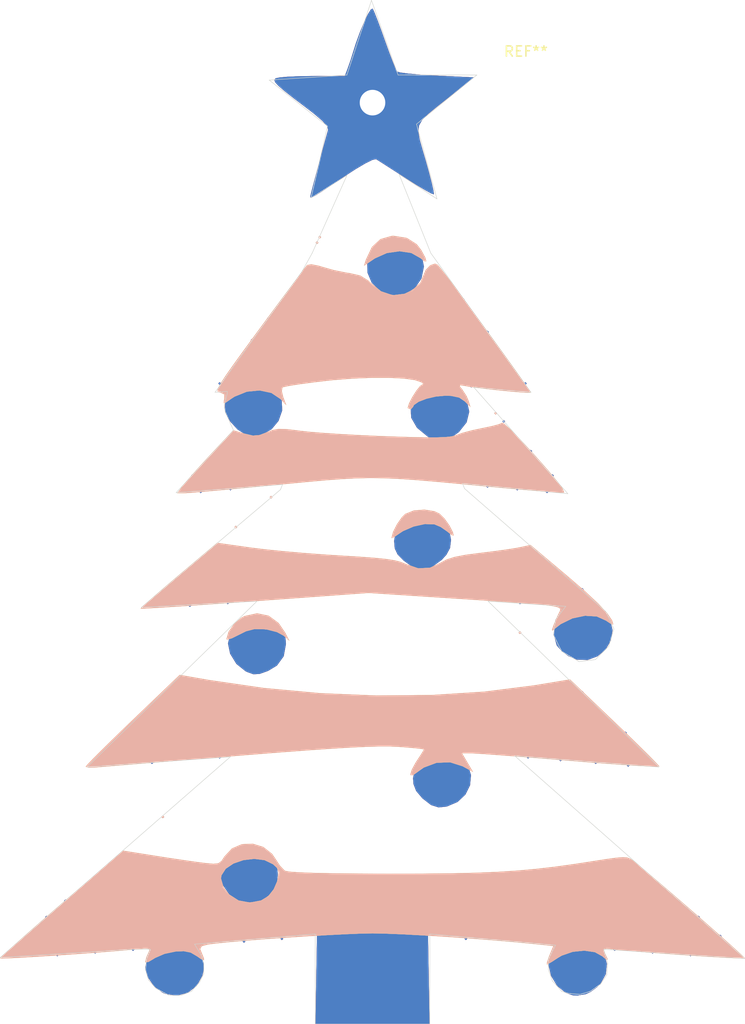
<source format=kicad_pcb>
(kicad_pcb (version 20171130) (host pcbnew 5.1.10)

  (general
    (thickness 1.6)
    (drawings 77)
    (tracks 0)
    (zones 0)
    (modules 8)
    (nets 1)
  )

  (page A4)
  (layers
    (0 F.Cu signal)
    (31 B.Cu signal)
    (32 B.Adhes user)
    (33 F.Adhes user)
    (34 B.Paste user)
    (35 F.Paste user)
    (36 B.SilkS user)
    (37 F.SilkS user)
    (38 B.Mask user)
    (39 F.Mask user)
    (40 Dwgs.User user)
    (41 Cmts.User user)
    (42 Eco1.User user)
    (43 Eco2.User user)
    (44 Edge.Cuts user)
    (45 Margin user)
    (46 B.CrtYd user)
    (47 F.CrtYd user)
    (48 B.Fab user)
    (49 F.Fab user)
  )

  (setup
    (last_trace_width 0.25)
    (trace_clearance 0.2)
    (zone_clearance 0.508)
    (zone_45_only no)
    (trace_min 0.2)
    (via_size 0.8)
    (via_drill 0.4)
    (via_min_size 0.4)
    (via_min_drill 0.3)
    (uvia_size 0.3)
    (uvia_drill 0.1)
    (uvias_allowed no)
    (uvia_min_size 0.2)
    (uvia_min_drill 0.1)
    (edge_width 0.05)
    (segment_width 0.2)
    (pcb_text_width 0.3)
    (pcb_text_size 1.5 1.5)
    (mod_edge_width 0.12)
    (mod_text_size 1 1)
    (mod_text_width 0.15)
    (pad_size 1.524 1.524)
    (pad_drill 0.762)
    (pad_to_mask_clearance 0)
    (aux_axis_origin 0 0)
    (visible_elements FFFFFF7F)
    (pcbplotparams
      (layerselection 0x010fc_ffffffff)
      (usegerberextensions false)
      (usegerberattributes true)
      (usegerberadvancedattributes true)
      (creategerberjobfile true)
      (excludeedgelayer true)
      (linewidth 0.100000)
      (plotframeref false)
      (viasonmask false)
      (mode 1)
      (useauxorigin false)
      (hpglpennumber 1)
      (hpglpenspeed 20)
      (hpglpendiameter 15.000000)
      (psnegative false)
      (psa4output false)
      (plotreference true)
      (plotvalue true)
      (plotinvisibletext false)
      (padsonsilk false)
      (subtractmaskfromsilk false)
      (outputformat 1)
      (mirror false)
      (drillshape 1)
      (scaleselection 1)
      (outputdirectory ""))
  )

  (net 0 "")

  (net_class Default "This is the default net class."
    (clearance 0.2)
    (trace_width 0.25)
    (via_dia 0.8)
    (via_drill 0.4)
    (uvia_dia 0.3)
    (uvia_drill 0.1)
  )

  (module MountingHole:MountingHole_2.5mm (layer F.Cu) (tedit 56D1B4CB) (tstamp 61B0373C)
    (at 145 65)
    (descr "Mounting Hole 2.5mm, no annular")
    (tags "mounting hole 2.5mm no annular")
    (attr virtual)
    (fp_text reference REF** (at 15 -5) (layer F.SilkS)
      (effects (font (size 1 1) (thickness 0.15)))
    )
    (fp_text value MountingHole_2.5mm (at 20 0) (layer F.Fab)
      (effects (font (size 1 1) (thickness 0.15)))
    )
    (fp_text user %R (at 0.3 0) (layer F.Fab)
      (effects (font (size 1 1) (thickness 0.15)))
    )
    (fp_circle (center 0 0) (end 2.5 0) (layer Cmts.User) (width 0.15))
    (fp_circle (center 0 0) (end 2.75 0) (layer F.CrtYd) (width 0.05))
    (pad 1 np_thru_hole circle (at 0 0) (size 2.5 2.5) (drill 2.5) (layers *.Cu *.Mask))
  )

  (module ChristmasTree:03-stop-back (layer F.Cu) (tedit 61AFADE1) (tstamp 61B0292E)
    (at 145 105)
    (fp_text reference G*** (at 0 0) (layer F.SilkS) hide
      (effects (font (size 1.524 1.524) (thickness 0.3)))
    )
    (fp_text value LOGO (at 0.75 0) (layer F.SilkS) hide
      (effects (font (size 1.524 1.524) (thickness 0.3)))
    )
    (fp_poly (pts (xy -18.190683 41.875201) (xy -17.29007 42.545245) (xy -16.833051 43.219072) (xy -16.525869 43.980108)
      (xy -16.49056 44.617593) (xy -16.645554 45.270663) (xy -17.19326 46.270163) (xy -18.062911 46.93771)
      (xy -19.125235 47.217791) (xy -20.250958 47.054889) (xy -20.528118 46.937972) (xy -21.341329 46.321634)
      (xy -21.952885 45.450488) (xy -22.222283 44.531335) (xy -22.225001 44.440406) (xy -22.009692 43.581415)
      (xy -21.46043 42.70098) (xy -20.722209 42.00266) (xy -20.336457 41.789064) (xy -19.253593 41.603774)
      (xy -18.190683 41.875201)) (layer B.Mask) (width 0.01))
    (fp_poly (pts (xy 21.11949 41.75378) (xy 22.02749 42.325835) (xy 22.640121 43.149946) (xy 22.914612 44.120307)
      (xy 22.808194 45.131115) (xy 22.278097 46.076567) (xy 21.931119 46.418425) (xy 21.329708 46.854073)
      (xy 20.848065 47.08479) (xy 20.771131 47.095833) (xy 20.188859 47.184165) (xy 20.063827 47.223156)
      (xy 19.604919 47.199582) (xy 18.950933 46.973136) (xy 18.870343 46.934622) (xy 18.060066 46.273436)
      (xy 17.4651 45.292813) (xy 17.201733 44.193133) (xy 17.197916 44.052826) (xy 17.432622 43.2412)
      (xy 18.037196 42.463201) (xy 18.862318 41.854751) (xy 19.758671 41.551769) (xy 19.958892 41.539583)
      (xy 21.11949 41.75378)) (layer B.Mask) (width 0.01))
    (fp_poly (pts (xy -30.691667 43.259375) (xy -30.823959 43.391666) (xy -30.95625 43.259375) (xy -30.823959 43.127083)
      (xy -30.691667 43.259375)) (layer B.Mask) (width 0.01))
    (fp_poly (pts (xy 31.220833 43.259375) (xy 31.088541 43.391666) (xy 30.95625 43.259375) (xy 31.088541 43.127083)
      (xy 31.220833 43.259375)) (layer B.Mask) (width 0.01))
    (fp_poly (pts (xy -26.9875 42.994791) (xy -27.119792 43.127083) (xy -27.252084 42.994791) (xy -27.119792 42.8625)
      (xy -26.9875 42.994791)) (layer B.Mask) (width 0.01))
    (fp_poly (pts (xy 27.516666 42.994791) (xy 27.384374 43.127083) (xy 27.252083 42.994791) (xy 27.384374 42.8625)
      (xy 27.516666 42.994791)) (layer B.Mask) (width 0.01))
    (fp_poly (pts (xy -23.283334 42.730208) (xy -23.415626 42.8625) (xy -23.547917 42.730208) (xy -23.415626 42.597916)
      (xy -23.283334 42.730208)) (layer B.Mask) (width 0.01))
    (fp_poly (pts (xy 23.812499 42.730208) (xy 23.680208 42.8625) (xy 23.547916 42.730208) (xy 23.680208 42.597916)
      (xy 23.812499 42.730208)) (layer B.Mask) (width 0.01))
    (fp_poly (pts (xy -12.435417 41.936458) (xy -12.567709 42.06875) (xy -12.7 41.936458) (xy -12.567709 41.804166)
      (xy -12.435417 41.936458)) (layer B.Mask) (width 0.01))
    (fp_poly (pts (xy -8.731251 41.671875) (xy -8.863542 41.804166) (xy -8.995834 41.671875) (xy -8.863542 41.539583)
      (xy -8.731251 41.671875)) (layer B.Mask) (width 0.01))
    (fp_poly (pts (xy 9.260416 41.671875) (xy 9.128125 41.804166) (xy 8.995833 41.671875) (xy 9.128125 41.539583)
      (xy 9.260416 41.671875)) (layer B.Mask) (width 0.01))
    (fp_poly (pts (xy 34.13125 41.407291) (xy 33.998958 41.539583) (xy 33.866666 41.407291) (xy 33.998958 41.275)
      (xy 34.13125 41.407291)) (layer B.Mask) (width 0.01))
    (fp_poly (pts (xy -31.75 39.555208) (xy -31.882292 39.6875) (xy -32.014584 39.555208) (xy -31.882292 39.422916)
      (xy -31.75 39.555208)) (layer B.Mask) (width 0.01))
    (fp_poly (pts (xy 32.014583 39.555208) (xy 31.882291 39.6875) (xy 31.75 39.555208) (xy 31.882291 39.422916)
      (xy 32.014583 39.555208)) (layer B.Mask) (width 0.01))
    (fp_poly (pts (xy -29.897917 37.967708) (xy -30.030209 38.1) (xy -30.1625 37.967708) (xy -30.030209 37.835416)
      (xy -29.897917 37.967708)) (layer B.Mask) (width 0.01))
    (fp_poly (pts (xy -11.211372 32.672379) (xy -10.336036 33.110645) (xy -9.664871 33.866768) (xy -9.301871 34.922548)
      (xy -9.2663 35.408373) (xy -9.354763 36.296832) (xy -9.709145 36.969106) (xy -10.033815 37.326602)
      (xy -10.661853 37.839081) (xy -11.340473 38.061637) (xy -12.044328 38.1) (xy -12.913545 38.034418)
      (xy -13.519293 37.769357) (xy -14.017 37.312584) (xy -14.708206 36.315655) (xy -14.889729 35.31669)
      (xy -14.674563 34.461881) (xy -14.022475 33.446721) (xy -13.158585 32.822217) (xy -12.186886 32.57017)
      (xy -11.211372 32.672379)) (layer B.Mask) (width 0.01))
    (fp_poly (pts (xy -20.372917 29.765625) (xy -20.505209 29.897916) (xy -20.637501 29.765625) (xy -20.505209 29.633333)
      (xy -20.372917 29.765625)) (layer B.Mask) (width 0.01))
    (fp_poly (pts (xy 7.757828 23.307315) (xy 8.557986 23.827542) (xy 9.313298 24.696415) (xy 9.625189 25.678177)
      (xy 9.535069 26.673689) (xy 9.084351 27.583818) (xy 8.314446 28.309426) (xy 7.266766 28.751377)
      (xy 6.464331 28.839583) (xy 5.727761 28.610042) (xy 4.896161 27.967622) (xy 4.868333 27.94)
      (xy 4.269792 27.232695) (xy 4.009681 26.558889) (xy 3.96875 25.991306) (xy 4.206211 24.802911)
      (xy 4.886672 23.877472) (xy 5.953108 23.283338) (xy 6.911443 23.104049) (xy 7.757828 23.307315)) (layer B.Mask) (width 0.01))
    (fp_poly (pts (xy 25.135416 24.738541) (xy 25.003124 24.870833) (xy 24.870833 24.738541) (xy 25.003124 24.60625)
      (xy 25.135416 24.738541)) (layer B.Mask) (width 0.01))
    (fp_poly (pts (xy -21.431251 24.473958) (xy -21.563542 24.60625) (xy -21.695834 24.473958) (xy -21.563542 24.341666)
      (xy -21.431251 24.473958)) (layer B.Mask) (width 0.01))
    (fp_poly (pts (xy 21.960416 24.473958) (xy 21.828124 24.60625) (xy 21.695833 24.473958) (xy 21.828124 24.341666)
      (xy 21.960416 24.473958)) (layer B.Mask) (width 0.01))
    (fp_poly (pts (xy 18.520833 24.209375) (xy 18.388541 24.341666) (xy 18.256249 24.209375) (xy 18.388541 24.077083)
      (xy 18.520833 24.209375)) (layer B.Mask) (width 0.01))
    (fp_poly (pts (xy -14.816667 23.944791) (xy -14.948959 24.077083) (xy -15.08125 23.944791) (xy -14.948959 23.8125)
      (xy -14.816667 23.944791)) (layer B.Mask) (width 0.01))
    (fp_poly (pts (xy 15.345833 23.944791) (xy 15.213541 24.077083) (xy 15.081249 23.944791) (xy 15.213541 23.8125)
      (xy 15.345833 23.944791)) (layer B.Mask) (width 0.01))
    (fp_poly (pts (xy 24.870833 21.563541) (xy 24.738541 21.695833) (xy 24.606249 21.563541) (xy 24.738541 21.43125)
      (xy 24.870833 21.563541)) (layer B.Mask) (width 0.01))
    (fp_poly (pts (xy 20.637499 17.594791) (xy 20.505208 17.727083) (xy 20.372916 17.594791) (xy 20.505208 17.4625)
      (xy 20.637499 17.594791)) (layer B.Mask) (width 0.01))
    (fp_poly (pts (xy -10.206806 10.232456) (xy -9.661593 10.664126) (xy -9.400097 10.919903) (xy -8.78872 11.632676)
      (xy -8.515318 12.289917) (xy -8.466667 12.879253) (xy -8.687754 14.079087) (xy -9.349538 14.986085)
      (xy -10.21254 15.506073) (xy -11.039283 15.798934) (xy -11.647879 15.831089) (xy -12.278524 15.606287)
      (xy -12.409912 15.54037) (xy -13.307095 14.823361) (xy -13.920501 13.827636) (xy -14.128751 12.822467)
      (xy -13.882998 11.821505) (xy -13.219146 10.961936) (xy -12.247304 10.353327) (xy -11.425911 10.132993)
      (xy -10.720037 10.084496) (xy -10.206806 10.232456)) (layer B.Mask) (width 0.01))
    (fp_poly (pts (xy 22.028139 8.898255) (xy 22.077737 9.020056) (xy 22.177371 9.256454) (xy 22.359203 9.35683)
      (xy 22.724839 9.681263) (xy 23.122971 10.288616) (xy 23.196063 10.433713) (xy 23.468414 11.522118)
      (xy 23.300217 12.545105) (xy 22.779924 13.423954) (xy 21.995986 14.079946) (xy 21.036856 14.43436)
      (xy 19.990985 14.408476) (xy 19.133032 14.049725) (xy 18.49032 13.555337) (xy 18.038493 13.04752)
      (xy 18.008552 12.996135) (xy 17.733054 11.964282) (xy 17.886721 10.872803) (xy 18.422142 9.892053)
      (xy 19.024633 9.345345) (xy 19.516862 9.138062) (xy 20.21382 8.973678) (xy 20.965015 8.868225)
      (xy 21.619953 8.83774) (xy 22.028139 8.898255)) (layer B.Mask) (width 0.01))
    (fp_poly (pts (xy 14.552083 11.773958) (xy 14.419791 11.906249) (xy 14.2875 11.773958) (xy 14.419791 11.641666)
      (xy 14.552083 11.773958)) (layer B.Mask) (width 0.01))
    (fp_poly (pts (xy -17.727084 9.128124) (xy -17.859375 9.260416) (xy -17.991667 9.128124) (xy -17.859375 8.995833)
      (xy -17.727084 9.128124)) (layer B.Mask) (width 0.01))
    (fp_poly (pts (xy 18.256249 9.128124) (xy 18.123958 9.260416) (xy 17.991666 9.128124) (xy 18.123958 8.995833)
      (xy 18.256249 9.128124)) (layer B.Mask) (width 0.01))
    (fp_poly (pts (xy -14.022917 8.863541) (xy -14.155209 8.995833) (xy -14.2875 8.863541) (xy -14.155209 8.731249)
      (xy -14.022917 8.863541)) (layer B.Mask) (width 0.01))
    (fp_poly (pts (xy 14.552083 8.863541) (xy 14.419791 8.995833) (xy 14.2875 8.863541) (xy 14.419791 8.731249)
      (xy 14.552083 8.863541)) (layer B.Mask) (width 0.01))
    (fp_poly (pts (xy 20.637499 7.540624) (xy 20.505208 7.672916) (xy 20.372916 7.540624) (xy 20.505208 7.408333)
      (xy 20.637499 7.540624)) (layer B.Mask) (width 0.01))
    (fp_poly (pts (xy 6.021707 0.129807) (xy 6.897385 0.745376) (xy 7.483222 1.66885) (xy 7.672916 2.707973)
      (xy 7.579655 3.499263) (xy 7.224922 4.157342) (xy 6.773333 4.656666) (xy 5.784159 5.380444)
      (xy 4.782682 5.576598) (xy 3.754905 5.245423) (xy 3.051914 4.735091) (xy 2.448185 4.12152)
      (xy 2.176332 3.538345) (xy 2.116666 2.809587) (xy 2.325813 1.57505) (xy 2.957848 0.656763)
      (xy 3.835186 0.115771) (xy 4.964778 -0.104511) (xy 6.021707 0.129807)) (layer B.Mask) (width 0.01))
    (fp_poly (pts (xy -13.229167 1.455208) (xy -13.361459 1.587499) (xy -13.49375 1.455208) (xy -13.361459 1.322916)
      (xy -13.229167 1.455208)) (layer B.Mask) (width 0.01))
    (fp_poly (pts (xy -9.789584 -1.455209) (xy -9.921876 -1.322917) (xy -10.054167 -1.455209) (xy -9.921876 -1.5875)
      (xy -9.789584 -1.455209)) (layer B.Mask) (width 0.01))
    (fp_poly (pts (xy -16.66875 -1.984375) (xy -16.801042 -1.852084) (xy -16.933334 -1.984375) (xy -16.801042 -2.116667)
      (xy -16.66875 -1.984375)) (layer B.Mask) (width 0.01))
    (fp_poly (pts (xy 17.197916 -1.984375) (xy 17.065624 -1.852084) (xy 16.933333 -1.984375) (xy 17.065624 -2.116667)
      (xy 17.197916 -1.984375)) (layer B.Mask) (width 0.01))
    (fp_poly (pts (xy -13.758334 -2.248959) (xy -13.890625 -2.116667) (xy -14.022917 -2.248959) (xy -13.890625 -2.38125)
      (xy -13.758334 -2.248959)) (layer B.Mask) (width 0.01))
    (fp_poly (pts (xy 14.2875 -2.248959) (xy 14.155208 -2.116667) (xy 14.022916 -2.248959) (xy 14.155208 -2.38125)
      (xy 14.2875 -2.248959)) (layer B.Mask) (width 0.01))
    (fp_poly (pts (xy 11.377083 -2.513542) (xy 11.244791 -2.38125) (xy 11.1125 -2.513542) (xy 11.244791 -2.645834)
      (xy 11.377083 -2.513542)) (layer B.Mask) (width 0.01))
    (fp_poly (pts (xy -17.4625 -3.571875) (xy -17.594792 -3.439584) (xy -17.727084 -3.571875) (xy -17.594792 -3.704167)
      (xy -17.4625 -3.571875)) (layer B.Mask) (width 0.01))
    (fp_poly (pts (xy 17.727083 -3.571875) (xy 17.594791 -3.439584) (xy 17.462499 -3.571875) (xy 17.594791 -3.704167)
      (xy 17.727083 -3.571875)) (layer B.Mask) (width 0.01))
    (fp_poly (pts (xy 15.610416 -5.953125) (xy 15.478124 -5.820834) (xy 15.345833 -5.953125) (xy 15.478124 -6.085417)
      (xy 15.610416 -5.953125)) (layer B.Mask) (width 0.01))
    (fp_poly (pts (xy 7.740353 -12.483855) (xy 8.467561 -11.946061) (xy 9.215989 -10.898371) (xy 9.455895 -9.814853)
      (xy 9.196894 -8.767151) (xy 8.448601 -7.826911) (xy 7.856978 -7.396691) (xy 7.039615 -6.985689)
      (xy 6.373594 -6.936258) (xy 5.624774 -7.247444) (xy 5.388693 -7.386654) (xy 4.346372 -8.245351)
      (xy 3.788384 -9.219978) (xy 3.725195 -10.251687) (xy 4.16727 -11.281631) (xy 4.603749 -11.800417)
      (xy 5.62324 -12.52118) (xy 6.695953 -12.750017) (xy 7.740353 -12.483855)) (layer B.Mask) (width 0.01))
    (fp_poly (pts (xy -10.63661 -12.997442) (xy -9.755664 -12.398921) (xy -9.097437 -11.578581) (xy -8.888428 -11.059573)
      (xy -8.835481 -9.929883) (xy -9.191891 -8.914066) (xy -9.865271 -8.102374) (xy -10.763234 -7.585057)
      (xy -11.793395 -7.452369) (xy -12.435417 -7.594523) (xy -13.192259 -8.072904) (xy -13.898083 -8.839446)
      (xy -14.367797 -9.677931) (xy -14.439913 -9.936078) (xy -14.393274 -10.998394) (xy -13.921197 -11.970071)
      (xy -13.126707 -12.733233) (xy -12.112833 -13.170006) (xy -11.561642 -13.229167) (xy -10.63661 -12.997442)) (layer B.Mask) (width 0.01))
    (fp_poly (pts (xy 12.964583 -8.863542) (xy 12.832291 -8.73125) (xy 12.7 -8.863542) (xy 12.832291 -8.995834)
      (xy 12.964583 -8.863542)) (layer B.Mask) (width 0.01))
    (fp_poly (pts (xy 12.170833 -9.657292) (xy 12.038541 -9.525) (xy 11.90625 -9.657292) (xy 12.038541 -9.789584)
      (xy 12.170833 -9.657292)) (layer B.Mask) (width 0.01))
    (fp_poly (pts (xy 9.789583 -12.303125) (xy 9.657291 -12.170834) (xy 9.525 -12.303125) (xy 9.657291 -12.435417)
      (xy 9.789583 -12.303125)) (layer B.Mask) (width 0.01))
    (fp_poly (pts (xy -14.816667 -12.567709) (xy -14.948959 -12.435417) (xy -15.08125 -12.567709) (xy -14.948959 -12.7)
      (xy -14.816667 -12.567709)) (layer B.Mask) (width 0.01))
    (fp_poly (pts (xy 15.081249 -12.567709) (xy 14.948958 -12.435417) (xy 14.816666 -12.567709) (xy 14.948958 -12.7)
      (xy 15.081249 -12.567709)) (layer B.Mask) (width 0.01))
    (fp_poly (pts (xy -11.641667 -16.801042) (xy -11.773959 -16.668751) (xy -11.90625 -16.801042) (xy -11.773959 -16.933334)
      (xy -11.641667 -16.801042)) (layer B.Mask) (width 0.01))
    (fp_poly (pts (xy 11.377083 -17.594792) (xy 11.244791 -17.462501) (xy 11.1125 -17.594792) (xy 11.244791 -17.727084)
      (xy 11.377083 -17.594792)) (layer B.Mask) (width 0.01))
    (fp_poly (pts (xy -10.054167 -18.917709) (xy -10.186459 -18.785417) (xy -10.318751 -18.917709) (xy -10.186459 -19.050001)
      (xy -10.054167 -18.917709)) (layer B.Mask) (width 0.01))
    (fp_poly (pts (xy 8.995833 -20.769792) (xy 8.863541 -20.637501) (xy 8.73125 -20.769792) (xy 8.863541 -20.902084)
      (xy 8.995833 -20.769792)) (layer B.Mask) (width 0.01))
    (fp_poly (pts (xy 3.344032 -26.538525) (xy 4.20378 -25.977661) (xy 4.799844 -25.11602) (xy 5.021235 -23.999717)
      (xy 5.0212 -23.990585) (xy 4.788968 -22.82731) (xy 4.176987 -21.929125) (xy 3.291931 -21.355214)
      (xy 2.240472 -21.164758) (xy 1.129284 -21.416939) (xy 0.74771 -21.619665) (xy -0.070262 -22.403227)
      (xy -0.493847 -23.405612) (xy -0.5081 -24.484456) (xy -0.098075 -25.497396) (xy 0.292564 -25.955305)
      (xy 1.277435 -26.573462) (xy 2.331588 -26.752497) (xy 3.344032 -26.538525)) (layer B.Mask) (width 0.01))
    (fp_poly (pts (xy -5.291667 -26.326042) (xy -5.423959 -26.19375) (xy -5.556251 -26.326042) (xy -5.423959 -26.458334)
      (xy -5.291667 -26.326042)) (layer B.Mask) (width 0.01))
    (fp_poly (pts (xy -5.027084 -26.855209) (xy -5.159376 -26.722917) (xy -5.291667 -26.855209) (xy -5.159376 -26.9875)
      (xy -5.027084 -26.855209)) (layer B.Mask) (width 0.01))
    (fp_poly (pts (xy 0.019824 -49.180424) (xy 0.192061 -48.798133) (xy 0.491237 -48.033405) (xy 0.872371 -47.004263)
      (xy 1.215086 -46.044197) (xy 1.626558 -44.902142) (xy 1.991241 -43.943767) (xy 2.265413 -43.280739)
      (xy 2.393765 -43.033757) (xy 2.718258 -42.9399) (xy 3.469268 -42.838833) (xy 4.544441 -42.741096)
      (xy 5.841426 -42.657231) (xy 6.247176 -42.636882) (xy 9.899989 -42.465626) (xy 7.529682 -40.576059)
      (xy 6.290228 -39.596005) (xy 5.404745 -38.866139) (xy 4.833667 -38.282888) (xy 4.537428 -37.742679)
      (xy 4.476464 -37.141938) (xy 4.611208 -36.377093) (xy 4.902096 -35.344571) (xy 5.175575 -34.413536)
      (xy 5.518886 -33.182688) (xy 5.787022 -32.146468) (xy 5.955809 -31.404203) (xy 6.00107 -31.055226)
      (xy 5.995907 -31.04313) (xy 5.742079 -31.132035) (xy 5.138014 -31.46052) (xy 4.274823 -31.976223)
      (xy 3.270452 -32.609465) (xy 2.214224 -33.289648) (xy 1.30554 -33.872806) (xy 0.645835 -34.293973)
      (xy 0.345048 -34.483105) (xy 0.007172 -34.415605) (xy -0.684958 -34.07488) (xy -1.659021 -33.500833)
      (xy -2.842698 -32.733369) (xy -2.917672 -32.682807) (xy -4.155911 -31.848797) (xy -5.022817 -31.275279)
      (xy -5.583802 -30.923959) (xy -5.904277 -30.756545) (xy -6.049651 -30.734742) (xy -6.085336 -30.820258)
      (xy -6.085417 -30.828305) (xy -6.020495 -31.10978) (xy -5.846211 -31.786907) (xy -5.59329 -32.74505)
      (xy -5.292457 -33.869572) (xy -4.974437 -35.045838) (xy -4.669955 -36.159213) (xy -4.409735 -37.09506)
      (xy -4.336959 -37.351888) (xy -4.430009 -37.691706) (xy -4.884892 -38.205628) (xy -5.738254 -38.930722)
      (xy -6.404826 -39.443564) (xy -7.701307 -40.425791) (xy -8.618813 -41.145604) (xy -9.207098 -41.650765)
      (xy -9.515916 -41.989036) (xy -9.595021 -42.208179) (xy -9.494165 -42.355957) (xy -9.461686 -42.378063)
      (xy -9.0789 -42.460609) (xy -8.283272 -42.528813) (xy -7.191075 -42.575594) (xy -5.919079 -42.593866)
      (xy -2.710033 -42.597917) (xy -2.43109 -43.325521) (xy -2.149785 -44.122453) (xy -1.965709 -44.714584)
      (xy -1.628291 -45.791748) (xy -1.233893 -46.869881) (xy -0.827219 -47.848434) (xy -0.452975 -48.626855)
      (xy -0.155866 -49.104594) (xy 0.019403 -49.181099) (xy 0.019824 -49.180424)) (layer B.Mask) (width 0.01))
  )

  (module ChristmasTree:02-silk-back (layer F.Cu) (tedit 0) (tstamp 61B027E8)
    (at 145 105)
    (fp_text reference G*** (at 0 0) (layer B.SilkS) hide
      (effects (font (size 1.524 1.524) (thickness 0.3)))
    )
    (fp_text value LOGO (at 0.75 0) (layer B.SilkS) hide
      (effects (font (size 1.524 1.524) (thickness 0.3)))
    )
    (fp_poly (pts (xy -10.680192 32.702662) (xy -9.823875 33.372663) (xy -9.494806 33.853408) (xy -9.055838 34.522701)
      (xy -8.606434 34.992559) (xy -8.537709 35.038467) (xy -8.134343 35.115927) (xy -7.225547 35.18172)
      (xy -5.834942 35.235206) (xy -3.98615 35.275746) (xy -1.702793 35.3027) (xy 0.991507 35.315428)
      (xy 1.719791 35.316308) (xy 4.905165 35.30943) (xy 7.649704 35.28128) (xy 10.041503 35.226444)
      (xy 12.168654 35.139508) (xy 14.119253 35.015059) (xy 15.981394 34.847681) (xy 17.84317 34.631961)
      (xy 19.792676 34.362486) (xy 21.498662 34.100756) (xy 22.885892 33.884743) (xy 23.850672 33.753239)
      (xy 24.492708 33.704898) (xy 24.911706 33.738369) (xy 25.20737 33.852306) (xy 25.479407 34.045359)
      (xy 25.481349 34.046897) (xy 26.174532 34.610888) (xy 27.109763 35.393823) (xy 28.226075 36.342501)
      (xy 29.462499 37.403721) (xy 30.758067 38.524282) (xy 32.051809 39.650983) (xy 33.282758 40.730624)
      (xy 34.389945 41.710003) (xy 35.312401 42.53592) (xy 35.989158 43.155174) (xy 36.359248 43.514564)
      (xy 36.40956 43.5828) (xy 36.128556 43.594548) (xy 35.407645 43.57006) (xy 34.334397 43.515312)
      (xy 32.996385 43.436282) (xy 31.48118 43.338947) (xy 29.876355 43.229285) (xy 28.269482 43.113273)
      (xy 26.748133 42.996888) (xy 25.399879 42.886108) (xy 24.312293 42.786909) (xy 23.594507 42.708094)
      (xy 22.896659 42.634417) (xy 22.616198 42.689078) (xy 22.647648 42.91899) (xy 22.734611 43.090545)
      (xy 22.987462 43.639407) (xy 22.928584 43.761329) (xy 22.556661 43.457927) (xy 22.489583 43.391666)
      (xy 21.741885 42.977187) (xy 20.713563 42.829509) (xy 19.577853 42.943352) (xy 18.507991 43.313437)
      (xy 18.14913 43.523958) (xy 17.534764 43.923651) (xy 17.124012 44.158951) (xy 17.050324 44.185416)
      (xy 17.059631 43.971849) (xy 17.238572 43.44258) (xy 17.303428 43.282657) (xy 17.680625 42.379898)
      (xy 16.1825 42.223944) (xy 14.117725 42.023241) (xy 11.848555 41.827099) (xy 9.481093 41.642608)
      (xy 7.121442 41.476857) (xy 4.875709 41.336936) (xy 2.849995 41.229933) (xy 1.150406 41.16294)
      (xy 0 41.142708) (xy -1.124513 41.164312) (xy -2.636356 41.224442) (xy -4.43169 41.31608)
      (xy -6.406677 41.432203) (xy -8.457479 41.565791) (xy -10.480256 41.709825) (xy -12.371171 41.857283)
      (xy -14.026384 42.001144) (xy -15.342058 42.134389) (xy -16.095553 42.230932) (xy -16.702478 42.39918)
      (xy -16.846268 42.67109) (xy -16.823157 42.746346) (xy -16.58433 43.336967) (xy -16.492696 43.564234)
      (xy -16.470999 43.779609) (xy -16.745738 43.668547) (xy -17.134889 43.396429) (xy -17.778126 43.015802)
      (xy -18.462985 42.881314) (xy -19.261515 42.91719) (xy -20.336954 43.142481) (xy -21.267083 43.546505)
      (xy -21.397447 43.632179) (xy -21.916466 43.934983) (xy -22.204375 43.973263) (xy -22.225001 43.921455)
      (xy -22.108374 43.463248) (xy -21.935667 43.080838) (xy -21.804203 42.783032) (xy -21.888962 42.639545)
      (xy -22.290487 42.620196) (xy -23.109323 42.694801) (xy -23.192438 42.703562) (xy -24.194057 42.799621)
      (xy -25.489498 42.909383) (xy -26.994018 43.027169) (xy -28.622873 43.147306) (xy -30.29132 43.264116)
      (xy -31.914614 43.371923) (xy -33.408011 43.465052) (xy -34.686768 43.537827) (xy -35.66614 43.58457)
      (xy -36.261384 43.599607) (xy -36.403906 43.588455) (xy -36.238187 43.396332) (xy -35.717617 42.903943)
      (xy -34.890201 42.154129) (xy -33.803944 41.189733) (xy -32.506851 40.053598) (xy -31.046928 38.788566)
      (xy -30.449324 38.274271) (xy -27.55464 35.787823) (xy -14.816667 35.787823) (xy -14.566197 36.650559)
      (xy -14.04327 37.326602) (xy -13.096833 37.934972) (xy -11.988682 38.139123) (xy -10.892118 37.931049)
      (xy -10.187361 37.504687) (xy -9.658454 36.833432) (xy -9.293569 35.994789) (xy -9.273909 35.914882)
      (xy -9.168732 35.219943) (xy -9.307007 34.783227) (xy -9.720317 34.393528) (xy -10.55749 33.98869)
      (xy -11.567269 33.86497) (xy -12.621643 33.987346) (xy -13.592602 34.320796) (xy -14.352137 34.830298)
      (xy -14.772237 35.48083) (xy -14.816667 35.787823) (xy -27.55464 35.787823) (xy -24.387492 33.067337)
      (xy -21.123434 33.584857) (xy -19.705232 33.804476) (xy -18.324594 34.009156) (xy -17.148701 34.174627)
      (xy -16.404167 34.269908) (xy -15.561968 34.349362) (xy -15.071639 34.301868) (xy -14.760492 34.070166)
      (xy -14.475386 33.630346) (xy -13.741978 32.84514) (xy -12.774683 32.432835) (xy -11.708941 32.387365)
      (xy -10.680192 32.702662)) (layer B.SilkS) (width 0.01))
    (fp_poly (pts (xy -20.372917 29.765625) (xy -20.505209 29.897916) (xy -20.637501 29.765625) (xy -20.505209 29.633333)
      (xy -20.372917 29.765625)) (layer B.SilkS) (width 0.01))
    (fp_poly (pts (xy -15.977025 16.397584) (xy -10.609952 17.177252) (xy -5.121908 17.682282) (xy 0.3743 17.910914)
      (xy 5.765865 17.861386) (xy 10.939979 17.531939) (xy 15.783836 16.920812) (xy 15.938 16.895617)
      (xy 19.308292 16.340509) (xy 23.677062 20.506184) (xy 24.927028 21.705252) (xy 26.037491 22.784308)
      (xy 26.954429 23.689715) (xy 27.623815 24.367833) (xy 27.991627 24.765026) (xy 28.045833 24.843701)
      (xy 27.792515 24.863834) (xy 27.073592 24.841708) (xy 25.950608 24.78122) (xy 24.485106 24.686268)
      (xy 22.738632 24.560748) (xy 20.77273 24.408556) (xy 19.380729 24.295043) (xy 17.248057 24.119765)
      (xy 15.245436 23.959067) (xy 13.444095 23.818368) (xy 11.915259 23.703084) (xy 10.730159 23.618633)
      (xy 9.960022 23.570431) (xy 9.73236 23.56123) (xy 8.749096 23.547916) (xy 9.828486 25.377346)
      (xy 8.811585 24.820334) (xy 7.586655 24.43195) (xy 6.26466 24.479781) (xy 5.017628 24.944403)
      (xy 4.499174 25.307251) (xy 3.962093 25.697916) (xy 3.724722 25.700209) (xy 3.704166 25.592733)
      (xy 3.844838 25.149706) (xy 4.198007 24.494098) (xy 4.365625 24.234546) (xy 4.764231 23.630348)
      (xy 4.999827 23.240737) (xy 5.027083 23.177115) (xy 4.781852 23.125193) (xy 4.121574 23.052189)
      (xy 3.159373 22.96949) (xy 2.447395 22.917423) (xy 1.655579 22.884761) (xy 0.657449 22.884915)
      (xy -0.590768 22.920359) (xy -2.132846 22.993568) (xy -4.012557 23.107015) (xy -6.273675 23.263174)
      (xy -8.959973 23.464521) (xy -12.115224 23.713529) (xy -13.229167 23.803525) (xy -15.836838 24.015418)
      (xy -18.306126 24.216502) (xy -20.58245 24.402302) (xy -22.611229 24.568344) (xy -24.337883 24.710152)
      (xy -25.707829 24.823251) (xy -26.666487 24.903165) (xy -27.159276 24.945419) (xy -27.185938 24.94788)
      (xy -27.769573 24.957833) (xy -28.043005 24.873446) (xy -28.045834 24.859975) (xy -27.862657 24.63745)
      (xy -27.34814 24.102886) (xy -26.554802 23.308482) (xy -25.535163 22.306437) (xy -24.341743 21.148949)
      (xy -23.451505 20.293724) (xy -18.857175 15.896658) (xy -15.977025 16.397584)) (layer B.SilkS) (width 0.01))
    (fp_poly (pts (xy -10.15537 10.116331) (xy -9.181732 10.831098) (xy -8.535675 11.773333) (xy -8.129692 12.567708)
      (xy -8.692374 12.066106) (xy -9.345777 11.712789) (xy -10.283386 11.473977) (xy -10.563795 11.43875)
      (xy -11.539084 11.420301) (xy -12.363916 11.632093) (xy -13.080017 11.987873) (xy -13.750098 12.318535)
      (xy -14.188548 12.450784) (xy -14.2875 12.403651) (xy -14.07596 11.686936) (xy -13.54219 10.927106)
      (xy -12.837464 10.317289) (xy -12.522727 10.150612) (xy -11.288434 9.881607) (xy -10.15537 10.116331)) (layer B.SilkS) (width 0.01))
    (fp_poly (pts (xy 14.552083 11.773958) (xy 14.419791 11.906249) (xy 14.2875 11.773958) (xy 14.419791 11.641666)
      (xy 14.552083 11.773958)) (layer B.SilkS) (width 0.01))
    (fp_poly (pts (xy -11.898106 3.461748) (xy -10.547659 3.627617) (xy -8.824774 3.802888) (xy -6.88567 3.9737)
      (xy -4.886565 4.126191) (xy -3.175001 4.235752) (xy -1.237047 4.354169) (xy 0.248401 4.465937)
      (xy 1.357749 4.580808) (xy 2.167405 4.708535) (xy 2.753775 4.858867) (xy 3.193266 5.041559)
      (xy 3.211024 5.050807) (xy 4.469889 5.494011) (xy 5.637395 5.429212) (xy 6.65546 4.939745)
      (xy 7.24787 4.620761) (xy 8.030296 4.372314) (xy 9.119527 4.16526) (xy 10.462694 3.989756)
      (xy 11.767851 3.830062) (xy 12.988304 3.663902) (xy 13.960484 3.514409) (xy 14.405304 3.432153)
      (xy 15.449151 3.208035) (xy 19.035513 6.21611) (xy 20.756007 7.699108) (xy 22.050888 8.907266)
      (xy 22.936087 9.857382) (xy 23.427538 10.566257) (xy 23.547916 10.974089) (xy 23.369935 10.951782)
      (xy 22.933255 10.666175) (xy 22.850776 10.602536) (xy 21.926762 10.185813) (xy 20.776116 10.116617)
      (xy 19.551162 10.373136) (xy 18.404224 10.933559) (xy 17.921418 11.308365) (xy 17.595448 11.578649)
      (xy 17.550696 11.476469) (xy 17.71352 11.01588) (xy 18.01547 10.291756) (xy 18.259101 9.784254)
      (xy 18.340863 9.619436) (xy 18.36165 9.481851) (xy 18.274525 9.365287) (xy 18.032553 9.263535)
      (xy 17.588795 9.170383) (xy 16.896315 9.07962) (xy 15.908176 8.985035) (xy 14.577441 8.880419)
      (xy 12.857174 8.759559) (xy 10.700436 8.616246) (xy 8.202083 8.453486) (xy -0.396875 7.894471)
      (xy -11.499763 8.697299) (xy -13.866034 8.866618) (xy -16.063369 9.020414) (xy -18.036836 9.155095)
      (xy -19.731501 9.267069) (xy -21.092432 9.352747) (xy -22.064694 9.408537) (xy -22.593357 9.430848)
      (xy -22.67493 9.427847) (xy -22.505784 9.243583) (xy -21.991819 8.774311) (xy -21.194532 8.074033)
      (xy -20.175419 7.19675) (xy -18.995975 6.196461) (xy -18.972232 6.176463) (xy -15.197253 2.997357)
      (xy -11.898106 3.461748)) (layer B.SilkS) (width 0.01))
    (fp_poly (pts (xy 6.066319 -0.085138) (xy 6.557222 0.148353) (xy 7.042672 0.626955) (xy 7.523108 1.301357)
      (xy 7.860389 1.958026) (xy 7.9375 2.281939) (xy 7.774187 2.260961) (xy 7.377515 1.950457)
      (xy 7.342187 1.917817) (xy 6.666913 1.446315) (xy 6.054801 1.190473) (xy 5.127549 1.158865)
      (xy 4.024461 1.399885) (xy 2.978845 1.850573) (xy 2.548082 2.136767) (xy 2.084028 2.460784)
      (xy 1.856704 2.539037) (xy 1.852083 2.524247) (xy 2.008854 1.933272) (xy 2.391532 1.180916)
      (xy 2.868666 0.496069) (xy 3.205922 0.16687) (xy 4.037831 -0.162102) (xy 5.076358 -0.246575)
      (xy 6.066319 -0.085138)) (layer B.SilkS) (width 0.01))
    (fp_poly (pts (xy -13.229167 1.455208) (xy -13.361459 1.587499) (xy -13.49375 1.455208) (xy -13.361459 1.322916)
      (xy -13.229167 1.455208)) (layer B.SilkS) (width 0.01))
    (fp_poly (pts (xy -9.789584 -1.455209) (xy -9.921876 -1.322917) (xy -10.054167 -1.455209) (xy -9.921876 -1.5875)
      (xy -9.789584 -1.455209)) (layer B.SilkS) (width 0.01))
    (fp_poly (pts (xy 12.909877 -8.61319) (xy 13.411194 -8.151642) (xy 14.145382 -7.410993) (xy 15.053872 -6.450132)
      (xy 15.962005 -5.456985) (xy 17.18105 -4.076468) (xy 18.056637 -3.022482) (xy 18.578729 -2.308067)
      (xy 18.737286 -1.946263) (xy 18.697644 -1.903386) (xy 18.338972 -1.906472) (xy 17.525941 -1.956034)
      (xy 16.330772 -2.046295) (xy 14.825688 -2.171477) (xy 13.08291 -2.325804) (xy 11.174659 -2.5035)
      (xy 11.070014 -2.513485) (xy 8.363939 -2.77093) (xy 6.098982 -2.979023) (xy 4.189466 -3.138414)
      (xy 2.54971 -3.249755) (xy 1.094033 -3.313696) (xy -0.263242 -3.330888) (xy -1.607796 -3.301981)
      (xy -3.025309 -3.227626) (xy -4.601459 -3.108474) (xy -6.421928 -2.945175) (xy -8.572394 -2.73838)
      (xy -9.293045 -2.668118) (xy -11.372616 -2.467438) (xy -13.308819 -2.284668) (xy -15.031826 -2.126081)
      (xy -16.471804 -1.997955) (xy -17.558924 -1.906565) (xy -18.223356 -1.858187) (xy -18.373041 -1.852084)
      (xy -19.086034 -1.852084) (xy -18.549032 -2.579688) (xy -18.156714 -3.059968) (xy -17.495239 -3.816893)
      (xy -16.659764 -4.743321) (xy -15.819037 -5.653469) (xy -13.626042 -7.999646) (xy -12.503824 -7.662787)
      (xy -11.698156 -7.474323) (xy -11.065324 -7.519222) (xy -10.345342 -7.793218) (xy -9.76697 -8.019834)
      (xy -9.208335 -8.12529) (xy -8.505975 -8.117486) (xy -7.496428 -8.004323) (xy -7.101936 -7.949986)
      (xy -6.181794 -7.848973) (xy -4.844839 -7.740465) (xy -3.203221 -7.631636) (xy -1.36909 -7.529656)
      (xy 0.545404 -7.441701) (xy 1.309388 -7.412022) (xy 3.403047 -7.341711) (xy 5.030452 -7.303573)
      (xy 6.253596 -7.298628) (xy 7.134473 -7.327899) (xy 7.735077 -7.392405) (xy 8.117402 -7.493169)
      (xy 8.188554 -7.525359) (xy 8.791777 -7.74633) (xy 9.714242 -7.993366) (xy 10.715625 -8.20502)
      (xy 11.647173 -8.397591) (xy 12.354596 -8.585235) (xy 12.693803 -8.729341) (xy 12.7 -8.736748)
      (xy 12.909877 -8.61319)) (layer B.SilkS) (width 0.01))
    (fp_poly (pts (xy 12.170833 -9.657292) (xy 12.038541 -9.525) (xy 11.90625 -9.657292) (xy 12.038541 -9.789584)
      (xy 12.170833 -9.657292)) (layer B.SilkS) (width 0.01))
    (fp_poly (pts (xy 6.372023 -24.160893) (xy 6.655976 -23.821808) (xy 7.181985 -23.142091) (xy 7.902912 -22.186416)
      (xy 8.771618 -21.019455) (xy 9.740964 -19.705884) (xy 10.763811 -18.310376) (xy 11.793021 -16.897604)
      (xy 12.781455 -15.532243) (xy 13.681973 -14.278966) (xy 14.447437 -13.202446) (xy 15.030708 -12.367358)
      (xy 15.384648 -11.838375) (xy 15.470413 -11.678053) (xy 15.181815 -11.662599) (xy 14.492066 -11.701383)
      (xy 13.524946 -11.781842) (xy 12.404237 -11.891413) (xy 11.253721 -12.017532) (xy 10.197178 -12.147636)
      (xy 9.358391 -12.269162) (xy 9.003017 -12.334469) (xy 8.553773 -12.403727) (xy 8.556823 -12.252362)
      (xy 8.773285 -11.992236) (xy 9.20106 -11.333013) (xy 9.387533 -10.887943) (xy 9.577239 -10.266511)
      (xy 9.021953 -10.821797) (xy 8.472216 -11.194736) (xy 7.691849 -11.357571) (xy 7.11759 -11.377084)
      (xy 6.196129 -11.294494) (xy 5.278929 -11.080609) (xy 4.513029 -10.786257) (xy 4.04547 -10.462266)
      (xy 3.96875 -10.288603) (xy 3.766528 -10.060788) (xy 3.704166 -10.054167) (xy 3.446559 -10.164451)
      (xy 3.439583 -10.196999) (xy 3.570378 -10.626233) (xy 3.889213 -11.24096) (xy 4.285767 -11.863764)
      (xy 4.649717 -12.317229) (xy 4.834023 -12.439469) (xy 4.974881 -12.525766) (xy 4.781065 -12.682927)
      (xy 4.130808 -12.902337) (xy 3.045087 -13.049766) (xy 1.61287 -13.123865) (xy -0.076872 -13.123283)
      (xy -1.935174 -13.046669) (xy -3.873064 -12.892672) (xy -4.519589 -12.824108) (xy -5.937873 -12.653775)
      (xy -7.169357 -12.48708) (xy -8.118365 -12.33845) (xy -8.689218 -12.22231) (xy -8.807228 -12.177605)
      (xy -8.869185 -11.826939) (xy -8.729784 -11.237709) (xy -8.723796 -11.221731) (xy -8.432093 -10.451042)
      (xy -8.98587 -11.043152) (xy -9.889754 -11.647656) (xy -11.037385 -11.890469) (xy -12.284939 -11.770181)
      (xy -13.488588 -11.285384) (xy -13.789654 -11.090199) (xy -14.332275 -10.71547) (xy -14.547591 -10.642088)
      (xy -14.538963 -10.863926) (xy -14.492145 -11.04855) (xy -14.491435 -11.498584) (xy -14.891703 -11.683366)
      (xy -14.958062 -11.693003) (xy -15.112498 -11.75026) (xy -15.157017 -11.899531) (xy -15.063135 -12.186224)
      (xy -14.802369 -12.655749) (xy -14.346232 -13.353516) (xy -13.666241 -14.324934) (xy -12.73391 -15.615414)
      (xy -11.520756 -17.270364) (xy -11.107295 -17.831813) (xy -9.94597 -19.404764) (xy -8.87979 -20.843122)
      (xy -7.950984 -22.090369) (xy -7.201783 -23.089988) (xy -6.674418 -23.785462) (xy -6.411119 -24.120273)
      (xy -6.396006 -24.136912) (xy -5.982474 -24.211954) (xy -5.200213 -24.05361) (xy -4.860318 -23.946205)
      (xy -3.771462 -23.639524) (xy -2.603005 -23.401074) (xy -2.260637 -23.352488) (xy -1.193819 -23.111275)
      (xy -0.431289 -22.633535) (xy -0.276262 -22.479452) (xy 0.83393 -21.568701) (xy 1.966384 -21.184985)
      (xy 3.131832 -21.326297) (xy 3.909249 -21.696975) (xy 4.676872 -22.408865) (xy 4.936388 -23.028299)
      (xy 5.207501 -23.664391) (xy 5.649121 -24.11781) (xy 6.117445 -24.275105) (xy 6.372023 -24.160893)) (layer B.SilkS) (width 0.01))
    (fp_poly (pts (xy 3.361401 -26.785432) (xy 4.327413 -26.167077) (xy 4.761389 -25.605033) (xy 5.164953 -24.866047)
      (xy 5.262783 -24.493368) (xy 5.056926 -24.51216) (xy 4.696354 -24.805867) (xy 3.787242 -25.319965)
      (xy 2.636938 -25.487275) (xy 1.401765 -25.310293) (xy 0.238046 -24.791513) (xy 0.149714 -24.733284)
      (xy -0.832748 -24.066567) (xy -0.642822 -24.667138) (xy -0.054564 -25.903052) (xy 0.782983 -26.673335)
      (xy 1.873347 -26.980991) (xy 2.082048 -26.9875) (xy 3.361401 -26.785432)) (layer B.SilkS) (width 0.01))
    (fp_poly (pts (xy -5.291667 -26.326042) (xy -5.423959 -26.19375) (xy -5.556251 -26.326042) (xy -5.423959 -26.458334)
      (xy -5.291667 -26.326042)) (layer B.SilkS) (width 0.01))
    (fp_poly (pts (xy -5.027084 -26.855209) (xy -5.159376 -26.722917) (xy -5.291667 -26.855209) (xy -5.159376 -26.9875)
      (xy -5.027084 -26.855209)) (layer B.SilkS) (width 0.01))
  )

  (module ChristmasTree:01-pads-back (layer B.Cu) (tedit 0) (tstamp 61B02531)
    (at 145 105)
    (fp_text reference G*** (at 0 0) (layer F.SilkS) hide
      (effects (font (size 1.524 1.524) (thickness 0.3)))
    )
    (fp_text value LOGO (at 0.75 0) (layer F.SilkS) hide
      (effects (font (size 1.524 1.524) (thickness 0.3)))
    )
    (fp_poly (pts (xy 5.569044 50.00625) (xy -5.569045 50.00625) (xy -5.423959 41.142708) (xy 5.423958 41.142708)
      (xy 5.569044 50.00625)) (layer B.Cu) (width 0.01))
    (fp_poly (pts (xy -18.190683 41.875201) (xy -17.29007 42.545245) (xy -16.833051 43.219072) (xy -16.525869 43.980108)
      (xy -16.49056 44.617593) (xy -16.645554 45.270663) (xy -17.19326 46.270163) (xy -18.062911 46.93771)
      (xy -19.125235 47.217791) (xy -20.250958 47.054889) (xy -20.528118 46.937972) (xy -21.341329 46.321634)
      (xy -21.952885 45.450488) (xy -22.222283 44.531335) (xy -22.225001 44.440406) (xy -22.009692 43.581415)
      (xy -21.46043 42.70098) (xy -20.722209 42.00266) (xy -20.336457 41.789064) (xy -19.253593 41.603774)
      (xy -18.190683 41.875201)) (layer B.Cu) (width 0.01))
    (fp_poly (pts (xy 21.11949 41.75378) (xy 22.02749 42.325835) (xy 22.640121 43.149946) (xy 22.914612 44.120307)
      (xy 22.808194 45.131115) (xy 22.278097 46.076567) (xy 21.931119 46.418425) (xy 21.329708 46.854073)
      (xy 20.848065 47.08479) (xy 20.771131 47.095833) (xy 20.188859 47.184165) (xy 20.063827 47.223156)
      (xy 19.604919 47.199582) (xy 18.950933 46.973136) (xy 18.870343 46.934622) (xy 18.060066 46.273436)
      (xy 17.4651 45.292813) (xy 17.201733 44.193133) (xy 17.197916 44.052826) (xy 17.432622 43.2412)
      (xy 18.037196 42.463201) (xy 18.862318 41.854751) (xy 19.758671 41.551769) (xy 19.958892 41.539583)
      (xy 21.11949 41.75378)) (layer B.Cu) (width 0.01))
    (fp_poly (pts (xy -30.691667 43.259375) (xy -30.823959 43.391666) (xy -30.95625 43.259375) (xy -30.823959 43.127083)
      (xy -30.691667 43.259375)) (layer B.Cu) (width 0.01))
    (fp_poly (pts (xy 31.220833 43.259375) (xy 31.088541 43.391666) (xy 30.95625 43.259375) (xy 31.088541 43.127083)
      (xy 31.220833 43.259375)) (layer B.Cu) (width 0.01))
    (fp_poly (pts (xy -26.9875 42.994791) (xy -27.119792 43.127083) (xy -27.252084 42.994791) (xy -27.119792 42.8625)
      (xy -26.9875 42.994791)) (layer B.Cu) (width 0.01))
    (fp_poly (pts (xy 27.516666 42.994791) (xy 27.384374 43.127083) (xy 27.252083 42.994791) (xy 27.384374 42.8625)
      (xy 27.516666 42.994791)) (layer B.Cu) (width 0.01))
    (fp_poly (pts (xy -23.283334 42.730208) (xy -23.415626 42.8625) (xy -23.547917 42.730208) (xy -23.415626 42.597916)
      (xy -23.283334 42.730208)) (layer B.Cu) (width 0.01))
    (fp_poly (pts (xy 23.812499 42.730208) (xy 23.680208 42.8625) (xy 23.547916 42.730208) (xy 23.680208 42.597916)
      (xy 23.812499 42.730208)) (layer B.Cu) (width 0.01))
    (fp_poly (pts (xy -12.435417 41.936458) (xy -12.567709 42.06875) (xy -12.7 41.936458) (xy -12.567709 41.804166)
      (xy -12.435417 41.936458)) (layer B.Cu) (width 0.01))
    (fp_poly (pts (xy -8.731251 41.671875) (xy -8.863542 41.804166) (xy -8.995834 41.671875) (xy -8.863542 41.539583)
      (xy -8.731251 41.671875)) (layer B.Cu) (width 0.01))
    (fp_poly (pts (xy 9.260416 41.671875) (xy 9.128125 41.804166) (xy 8.995833 41.671875) (xy 9.128125 41.539583)
      (xy 9.260416 41.671875)) (layer B.Cu) (width 0.01))
    (fp_poly (pts (xy 34.13125 41.407291) (xy 33.998958 41.539583) (xy 33.866666 41.407291) (xy 33.998958 41.275)
      (xy 34.13125 41.407291)) (layer B.Cu) (width 0.01))
    (fp_poly (pts (xy -31.75 39.555208) (xy -31.882292 39.6875) (xy -32.014584 39.555208) (xy -31.882292 39.422916)
      (xy -31.75 39.555208)) (layer B.Cu) (width 0.01))
    (fp_poly (pts (xy 32.014583 39.555208) (xy 31.882291 39.6875) (xy 31.75 39.555208) (xy 31.882291 39.422916)
      (xy 32.014583 39.555208)) (layer B.Cu) (width 0.01))
    (fp_poly (pts (xy -29.897917 37.967708) (xy -30.030209 38.1) (xy -30.1625 37.967708) (xy -30.030209 37.835416)
      (xy -29.897917 37.967708)) (layer B.Cu) (width 0.01))
    (fp_poly (pts (xy -11.211372 32.672379) (xy -10.336036 33.110645) (xy -9.664871 33.866768) (xy -9.301871 34.922548)
      (xy -9.2663 35.408373) (xy -9.354763 36.296832) (xy -9.709145 36.969106) (xy -10.033815 37.326602)
      (xy -10.661853 37.839081) (xy -11.340473 38.061637) (xy -12.044328 38.1) (xy -12.913545 38.034418)
      (xy -13.519293 37.769357) (xy -14.017 37.312584) (xy -14.708206 36.315655) (xy -14.889729 35.31669)
      (xy -14.674563 34.461881) (xy -14.022475 33.446721) (xy -13.158585 32.822217) (xy -12.186886 32.57017)
      (xy -11.211372 32.672379)) (layer B.Cu) (width 0.01))
    (fp_poly (pts (xy -20.372917 29.765625) (xy -20.505209 29.897916) (xy -20.637501 29.765625) (xy -20.505209 29.633333)
      (xy -20.372917 29.765625)) (layer B.Cu) (width 0.01))
    (fp_poly (pts (xy 7.757828 23.307315) (xy 8.557986 23.827542) (xy 9.313298 24.696415) (xy 9.625189 25.678177)
      (xy 9.535069 26.673689) (xy 9.084351 27.583818) (xy 8.314446 28.309426) (xy 7.266766 28.751377)
      (xy 6.464331 28.839583) (xy 5.727761 28.610042) (xy 4.896161 27.967622) (xy 4.868333 27.94)
      (xy 4.269792 27.232695) (xy 4.009681 26.558889) (xy 3.96875 25.991306) (xy 4.206211 24.802911)
      (xy 4.886672 23.877472) (xy 5.953108 23.283338) (xy 6.911443 23.104049) (xy 7.757828 23.307315)) (layer B.Cu) (width 0.01))
    (fp_poly (pts (xy 25.135416 24.738541) (xy 25.003124 24.870833) (xy 24.870833 24.738541) (xy 25.003124 24.60625)
      (xy 25.135416 24.738541)) (layer B.Cu) (width 0.01))
    (fp_poly (pts (xy -21.431251 24.473958) (xy -21.563542 24.60625) (xy -21.695834 24.473958) (xy -21.563542 24.341666)
      (xy -21.431251 24.473958)) (layer B.Cu) (width 0.01))
    (fp_poly (pts (xy 21.960416 24.473958) (xy 21.828124 24.60625) (xy 21.695833 24.473958) (xy 21.828124 24.341666)
      (xy 21.960416 24.473958)) (layer B.Cu) (width 0.01))
    (fp_poly (pts (xy 18.520833 24.209375) (xy 18.388541 24.341666) (xy 18.256249 24.209375) (xy 18.388541 24.077083)
      (xy 18.520833 24.209375)) (layer B.Cu) (width 0.01))
    (fp_poly (pts (xy -14.816667 23.944791) (xy -14.948959 24.077083) (xy -15.08125 23.944791) (xy -14.948959 23.8125)
      (xy -14.816667 23.944791)) (layer B.Cu) (width 0.01))
    (fp_poly (pts (xy 15.345833 23.944791) (xy 15.213541 24.077083) (xy 15.081249 23.944791) (xy 15.213541 23.8125)
      (xy 15.345833 23.944791)) (layer B.Cu) (width 0.01))
    (fp_poly (pts (xy 24.870833 21.563541) (xy 24.738541 21.695833) (xy 24.606249 21.563541) (xy 24.738541 21.43125)
      (xy 24.870833 21.563541)) (layer B.Cu) (width 0.01))
    (fp_poly (pts (xy 20.637499 17.594791) (xy 20.505208 17.727083) (xy 20.372916 17.594791) (xy 20.505208 17.4625)
      (xy 20.637499 17.594791)) (layer B.Cu) (width 0.01))
    (fp_poly (pts (xy -10.206806 10.232456) (xy -9.661593 10.664126) (xy -9.400097 10.919903) (xy -8.78872 11.632676)
      (xy -8.515318 12.289917) (xy -8.466667 12.879253) (xy -8.687754 14.079087) (xy -9.349538 14.986085)
      (xy -10.21254 15.506073) (xy -11.039283 15.798934) (xy -11.647879 15.831089) (xy -12.278524 15.606287)
      (xy -12.409912 15.54037) (xy -13.307095 14.823361) (xy -13.920501 13.827636) (xy -14.128751 12.822467)
      (xy -13.882998 11.821505) (xy -13.219146 10.961936) (xy -12.247304 10.353327) (xy -11.425911 10.132993)
      (xy -10.720037 10.084496) (xy -10.206806 10.232456)) (layer B.Cu) (width 0.01))
    (fp_poly (pts (xy 22.028139 8.898255) (xy 22.077737 9.020056) (xy 22.177371 9.256454) (xy 22.359203 9.35683)
      (xy 22.724839 9.681263) (xy 23.122971 10.288616) (xy 23.196063 10.433713) (xy 23.468414 11.522118)
      (xy 23.300217 12.545105) (xy 22.779924 13.423954) (xy 21.995986 14.079946) (xy 21.036856 14.43436)
      (xy 19.990985 14.408476) (xy 19.133032 14.049725) (xy 18.49032 13.555337) (xy 18.038493 13.04752)
      (xy 18.008552 12.996135) (xy 17.733054 11.964282) (xy 17.886721 10.872803) (xy 18.422142 9.892053)
      (xy 19.024633 9.345345) (xy 19.516862 9.138062) (xy 20.21382 8.973678) (xy 20.965015 8.868225)
      (xy 21.619953 8.83774) (xy 22.028139 8.898255)) (layer B.Cu) (width 0.01))
    (fp_poly (pts (xy 14.552083 11.773958) (xy 14.419791 11.906249) (xy 14.2875 11.773958) (xy 14.419791 11.641666)
      (xy 14.552083 11.773958)) (layer B.Cu) (width 0.01))
    (fp_poly (pts (xy -17.727084 9.128124) (xy -17.859375 9.260416) (xy -17.991667 9.128124) (xy -17.859375 8.995833)
      (xy -17.727084 9.128124)) (layer B.Cu) (width 0.01))
    (fp_poly (pts (xy 18.256249 9.128124) (xy 18.123958 9.260416) (xy 17.991666 9.128124) (xy 18.123958 8.995833)
      (xy 18.256249 9.128124)) (layer B.Cu) (width 0.01))
    (fp_poly (pts (xy -14.022917 8.863541) (xy -14.155209 8.995833) (xy -14.2875 8.863541) (xy -14.155209 8.731249)
      (xy -14.022917 8.863541)) (layer B.Cu) (width 0.01))
    (fp_poly (pts (xy 14.552083 8.863541) (xy 14.419791 8.995833) (xy 14.2875 8.863541) (xy 14.419791 8.731249)
      (xy 14.552083 8.863541)) (layer B.Cu) (width 0.01))
    (fp_poly (pts (xy 20.637499 7.540624) (xy 20.505208 7.672916) (xy 20.372916 7.540624) (xy 20.505208 7.408333)
      (xy 20.637499 7.540624)) (layer B.Cu) (width 0.01))
    (fp_poly (pts (xy 6.021707 0.129807) (xy 6.897385 0.745376) (xy 7.483222 1.66885) (xy 7.672916 2.707973)
      (xy 7.579655 3.499263) (xy 7.224922 4.157342) (xy 6.773333 4.656666) (xy 5.784159 5.380444)
      (xy 4.782682 5.576598) (xy 3.754905 5.245423) (xy 3.051914 4.735091) (xy 2.448185 4.12152)
      (xy 2.176332 3.538345) (xy 2.116666 2.809587) (xy 2.325813 1.57505) (xy 2.957848 0.656763)
      (xy 3.835186 0.115771) (xy 4.964778 -0.104511) (xy 6.021707 0.129807)) (layer B.Cu) (width 0.01))
    (fp_poly (pts (xy -13.229167 1.455208) (xy -13.361459 1.587499) (xy -13.49375 1.455208) (xy -13.361459 1.322916)
      (xy -13.229167 1.455208)) (layer B.Cu) (width 0.01))
    (fp_poly (pts (xy -9.789584 -1.455209) (xy -9.921876 -1.322917) (xy -10.054167 -1.455209) (xy -9.921876 -1.5875)
      (xy -9.789584 -1.455209)) (layer B.Cu) (width 0.01))
    (fp_poly (pts (xy -16.66875 -1.984375) (xy -16.801042 -1.852084) (xy -16.933334 -1.984375) (xy -16.801042 -2.116667)
      (xy -16.66875 -1.984375)) (layer B.Cu) (width 0.01))
    (fp_poly (pts (xy 17.197916 -1.984375) (xy 17.065624 -1.852084) (xy 16.933333 -1.984375) (xy 17.065624 -2.116667)
      (xy 17.197916 -1.984375)) (layer B.Cu) (width 0.01))
    (fp_poly (pts (xy -13.758334 -2.248959) (xy -13.890625 -2.116667) (xy -14.022917 -2.248959) (xy -13.890625 -2.38125)
      (xy -13.758334 -2.248959)) (layer B.Cu) (width 0.01))
    (fp_poly (pts (xy 14.2875 -2.248959) (xy 14.155208 -2.116667) (xy 14.022916 -2.248959) (xy 14.155208 -2.38125)
      (xy 14.2875 -2.248959)) (layer B.Cu) (width 0.01))
    (fp_poly (pts (xy 11.377083 -2.513542) (xy 11.244791 -2.38125) (xy 11.1125 -2.513542) (xy 11.244791 -2.645834)
      (xy 11.377083 -2.513542)) (layer B.Cu) (width 0.01))
    (fp_poly (pts (xy -17.4625 -3.571875) (xy -17.594792 -3.439584) (xy -17.727084 -3.571875) (xy -17.594792 -3.704167)
      (xy -17.4625 -3.571875)) (layer B.Cu) (width 0.01))
    (fp_poly (pts (xy 17.727083 -3.571875) (xy 17.594791 -3.439584) (xy 17.462499 -3.571875) (xy 17.594791 -3.704167)
      (xy 17.727083 -3.571875)) (layer B.Cu) (width 0.01))
    (fp_poly (pts (xy 15.610416 -5.953125) (xy 15.478124 -5.820834) (xy 15.345833 -5.953125) (xy 15.478124 -6.085417)
      (xy 15.610416 -5.953125)) (layer B.Cu) (width 0.01))
    (fp_poly (pts (xy 7.740353 -12.483855) (xy 8.467561 -11.946061) (xy 9.215989 -10.898371) (xy 9.455895 -9.814853)
      (xy 9.196894 -8.767151) (xy 8.448601 -7.826911) (xy 7.856978 -7.396691) (xy 7.039615 -6.985689)
      (xy 6.373594 -6.936258) (xy 5.624774 -7.247444) (xy 5.388693 -7.386654) (xy 4.346372 -8.245351)
      (xy 3.788384 -9.219978) (xy 3.725195 -10.251687) (xy 4.16727 -11.281631) (xy 4.603749 -11.800417)
      (xy 5.62324 -12.52118) (xy 6.695953 -12.750017) (xy 7.740353 -12.483855)) (layer B.Cu) (width 0.01))
    (fp_poly (pts (xy -10.63661 -12.997442) (xy -9.755664 -12.398921) (xy -9.097437 -11.578581) (xy -8.888428 -11.059573)
      (xy -8.835481 -9.929883) (xy -9.191891 -8.914066) (xy -9.865271 -8.102374) (xy -10.763234 -7.585057)
      (xy -11.793395 -7.452369) (xy -12.435417 -7.594523) (xy -13.192259 -8.072904) (xy -13.898083 -8.839446)
      (xy -14.367797 -9.677931) (xy -14.439913 -9.936078) (xy -14.393274 -10.998394) (xy -13.921197 -11.970071)
      (xy -13.126707 -12.733233) (xy -12.112833 -13.170006) (xy -11.561642 -13.229167) (xy -10.63661 -12.997442)) (layer B.Cu) (width 0.01))
    (fp_poly (pts (xy 12.964583 -8.863542) (xy 12.832291 -8.73125) (xy 12.7 -8.863542) (xy 12.832291 -8.995834)
      (xy 12.964583 -8.863542)) (layer B.Cu) (width 0.01))
    (fp_poly (pts (xy 12.170833 -9.657292) (xy 12.038541 -9.525) (xy 11.90625 -9.657292) (xy 12.038541 -9.789584)
      (xy 12.170833 -9.657292)) (layer B.Cu) (width 0.01))
    (fp_poly (pts (xy 9.789583 -12.303125) (xy 9.657291 -12.170834) (xy 9.525 -12.303125) (xy 9.657291 -12.435417)
      (xy 9.789583 -12.303125)) (layer B.Cu) (width 0.01))
    (fp_poly (pts (xy -14.816667 -12.567709) (xy -14.948959 -12.435417) (xy -15.08125 -12.567709) (xy -14.948959 -12.7)
      (xy -14.816667 -12.567709)) (layer B.Cu) (width 0.01))
    (fp_poly (pts (xy 15.081249 -12.567709) (xy 14.948958 -12.435417) (xy 14.816666 -12.567709) (xy 14.948958 -12.7)
      (xy 15.081249 -12.567709)) (layer B.Cu) (width 0.01))
    (fp_poly (pts (xy -11.641667 -16.801042) (xy -11.773959 -16.668751) (xy -11.90625 -16.801042) (xy -11.773959 -16.933334)
      (xy -11.641667 -16.801042)) (layer B.Cu) (width 0.01))
    (fp_poly (pts (xy 11.377083 -17.594792) (xy 11.244791 -17.462501) (xy 11.1125 -17.594792) (xy 11.244791 -17.727084)
      (xy 11.377083 -17.594792)) (layer B.Cu) (width 0.01))
    (fp_poly (pts (xy -10.054167 -18.917709) (xy -10.186459 -18.785417) (xy -10.318751 -18.917709) (xy -10.186459 -19.050001)
      (xy -10.054167 -18.917709)) (layer B.Cu) (width 0.01))
    (fp_poly (pts (xy 8.995833 -20.769792) (xy 8.863541 -20.637501) (xy 8.73125 -20.769792) (xy 8.863541 -20.902084)
      (xy 8.995833 -20.769792)) (layer B.Cu) (width 0.01))
    (fp_poly (pts (xy 3.344032 -26.538525) (xy 4.20378 -25.977661) (xy 4.799844 -25.11602) (xy 5.021235 -23.999717)
      (xy 5.0212 -23.990585) (xy 4.788968 -22.82731) (xy 4.176987 -21.929125) (xy 3.291931 -21.355214)
      (xy 2.240472 -21.164758) (xy 1.129284 -21.416939) (xy 0.74771 -21.619665) (xy -0.070262 -22.403227)
      (xy -0.493847 -23.405612) (xy -0.5081 -24.484456) (xy -0.098075 -25.497396) (xy 0.292564 -25.955305)
      (xy 1.277435 -26.573462) (xy 2.331588 -26.752497) (xy 3.344032 -26.538525)) (layer B.Cu) (width 0.01))
    (fp_poly (pts (xy -5.291667 -26.326042) (xy -5.423959 -26.19375) (xy -5.556251 -26.326042) (xy -5.423959 -26.458334)
      (xy -5.291667 -26.326042)) (layer B.Cu) (width 0.01))
    (fp_poly (pts (xy -5.027084 -26.855209) (xy -5.159376 -26.722917) (xy -5.291667 -26.855209) (xy -5.159376 -26.9875)
      (xy -5.027084 -26.855209)) (layer B.Cu) (width 0.01))
    (fp_poly (pts (xy 0.019824 -49.180424) (xy 0.192061 -48.798133) (xy 0.491237 -48.033405) (xy 0.872371 -47.004263)
      (xy 1.215086 -46.044197) (xy 1.626558 -44.902142) (xy 1.991241 -43.943767) (xy 2.265413 -43.280739)
      (xy 2.393765 -43.033757) (xy 2.718258 -42.9399) (xy 3.469268 -42.838833) (xy 4.544441 -42.741096)
      (xy 5.841426 -42.657231) (xy 6.247176 -42.636882) (xy 9.899989 -42.465626) (xy 7.529682 -40.576059)
      (xy 6.290228 -39.596005) (xy 5.404745 -38.866139) (xy 4.833667 -38.282888) (xy 4.537428 -37.742679)
      (xy 4.476464 -37.141938) (xy 4.611208 -36.377093) (xy 4.902096 -35.344571) (xy 5.175575 -34.413536)
      (xy 5.518886 -33.182688) (xy 5.787022 -32.146468) (xy 5.955809 -31.404203) (xy 6.00107 -31.055226)
      (xy 5.995907 -31.04313) (xy 5.742079 -31.132035) (xy 5.138014 -31.46052) (xy 4.274823 -31.976223)
      (xy 3.270452 -32.609465) (xy 2.214224 -33.289648) (xy 1.30554 -33.872806) (xy 0.645835 -34.293973)
      (xy 0.345048 -34.483105) (xy 0.007172 -34.415605) (xy -0.684958 -34.07488) (xy -1.659021 -33.500833)
      (xy -2.842698 -32.733369) (xy -2.917672 -32.682807) (xy -4.155911 -31.848797) (xy -5.022817 -31.275279)
      (xy -5.583802 -30.923959) (xy -5.904277 -30.756545) (xy -6.049651 -30.734742) (xy -6.085336 -30.820258)
      (xy -6.085417 -30.828305) (xy -6.020495 -31.10978) (xy -5.846211 -31.786907) (xy -5.59329 -32.74505)
      (xy -5.292457 -33.869572) (xy -4.974437 -35.045838) (xy -4.669955 -36.159213) (xy -4.409735 -37.09506)
      (xy -4.336959 -37.351888) (xy -4.430009 -37.691706) (xy -4.884892 -38.205628) (xy -5.738254 -38.930722)
      (xy -6.404826 -39.443564) (xy -7.701307 -40.425791) (xy -8.618813 -41.145604) (xy -9.207098 -41.650765)
      (xy -9.515916 -41.989036) (xy -9.595021 -42.208179) (xy -9.494165 -42.355957) (xy -9.461686 -42.378063)
      (xy -9.0789 -42.460609) (xy -8.283272 -42.528813) (xy -7.191075 -42.575594) (xy -5.919079 -42.593866)
      (xy -2.710033 -42.597917) (xy -2.43109 -43.325521) (xy -2.149785 -44.122453) (xy -1.965709 -44.714584)
      (xy -1.628291 -45.791748) (xy -1.233893 -46.869881) (xy -0.827219 -47.848434) (xy -0.452975 -48.626855)
      (xy -0.155866 -49.104594) (xy 0.019403 -49.181099) (xy 0.019824 -49.180424)) (layer B.Cu) (width 0.01))
  )

  (module ChristmasTree:03-stop (layer F.Cu) (tedit 61AFACAE) (tstamp 61B014CC)
    (at 145 105)
    (fp_text reference G*** (at 0 0) (layer F.SilkS) hide
      (effects (font (size 1.524 1.524) (thickness 0.3)))
    )
    (fp_text value LOGO (at 0.75 0) (layer F.SilkS) hide
      (effects (font (size 1.524 1.524) (thickness 0.3)))
    )
    (fp_poly (pts (xy -18.190683 41.875201) (xy -17.29007 42.545245) (xy -16.833051 43.219072) (xy -16.525869 43.980108)
      (xy -16.49056 44.617593) (xy -16.645554 45.270663) (xy -17.19326 46.270163) (xy -18.062911 46.93771)
      (xy -19.125235 47.217791) (xy -20.250958 47.054889) (xy -20.528118 46.937972) (xy -21.341329 46.321634)
      (xy -21.952885 45.450488) (xy -22.222283 44.531335) (xy -22.225001 44.440406) (xy -22.009692 43.581415)
      (xy -21.46043 42.70098) (xy -20.722209 42.00266) (xy -20.336457 41.789064) (xy -19.253593 41.603774)
      (xy -18.190683 41.875201)) (layer F.Mask) (width 0.01))
    (fp_poly (pts (xy 21.11949 41.75378) (xy 22.02749 42.325835) (xy 22.640121 43.149946) (xy 22.914612 44.120307)
      (xy 22.808194 45.131115) (xy 22.278097 46.076567) (xy 21.931119 46.418425) (xy 21.329708 46.854073)
      (xy 20.848065 47.08479) (xy 20.771131 47.095833) (xy 20.188859 47.184165) (xy 20.063827 47.223156)
      (xy 19.604919 47.199582) (xy 18.950933 46.973136) (xy 18.870343 46.934622) (xy 18.060066 46.273436)
      (xy 17.4651 45.292813) (xy 17.201733 44.193133) (xy 17.197916 44.052826) (xy 17.432622 43.2412)
      (xy 18.037196 42.463201) (xy 18.862318 41.854751) (xy 19.758671 41.551769) (xy 19.958892 41.539583)
      (xy 21.11949 41.75378)) (layer F.Mask) (width 0.01))
    (fp_poly (pts (xy -30.691667 43.259375) (xy -30.823959 43.391666) (xy -30.95625 43.259375) (xy -30.823959 43.127083)
      (xy -30.691667 43.259375)) (layer F.Mask) (width 0.01))
    (fp_poly (pts (xy 31.220833 43.259375) (xy 31.088541 43.391666) (xy 30.95625 43.259375) (xy 31.088541 43.127083)
      (xy 31.220833 43.259375)) (layer F.Mask) (width 0.01))
    (fp_poly (pts (xy -26.9875 42.994791) (xy -27.119792 43.127083) (xy -27.252084 42.994791) (xy -27.119792 42.8625)
      (xy -26.9875 42.994791)) (layer F.Mask) (width 0.01))
    (fp_poly (pts (xy 27.516666 42.994791) (xy 27.384374 43.127083) (xy 27.252083 42.994791) (xy 27.384374 42.8625)
      (xy 27.516666 42.994791)) (layer F.Mask) (width 0.01))
    (fp_poly (pts (xy -23.283334 42.730208) (xy -23.415626 42.8625) (xy -23.547917 42.730208) (xy -23.415626 42.597916)
      (xy -23.283334 42.730208)) (layer F.Mask) (width 0.01))
    (fp_poly (pts (xy 23.812499 42.730208) (xy 23.680208 42.8625) (xy 23.547916 42.730208) (xy 23.680208 42.597916)
      (xy 23.812499 42.730208)) (layer F.Mask) (width 0.01))
    (fp_poly (pts (xy -12.435417 41.936458) (xy -12.567709 42.06875) (xy -12.7 41.936458) (xy -12.567709 41.804166)
      (xy -12.435417 41.936458)) (layer F.Mask) (width 0.01))
    (fp_poly (pts (xy -8.731251 41.671875) (xy -8.863542 41.804166) (xy -8.995834 41.671875) (xy -8.863542 41.539583)
      (xy -8.731251 41.671875)) (layer F.Mask) (width 0.01))
    (fp_poly (pts (xy 9.260416 41.671875) (xy 9.128125 41.804166) (xy 8.995833 41.671875) (xy 9.128125 41.539583)
      (xy 9.260416 41.671875)) (layer F.Mask) (width 0.01))
    (fp_poly (pts (xy 34.13125 41.407291) (xy 33.998958 41.539583) (xy 33.866666 41.407291) (xy 33.998958 41.275)
      (xy 34.13125 41.407291)) (layer F.Mask) (width 0.01))
    (fp_poly (pts (xy -31.75 39.555208) (xy -31.882292 39.6875) (xy -32.014584 39.555208) (xy -31.882292 39.422916)
      (xy -31.75 39.555208)) (layer F.Mask) (width 0.01))
    (fp_poly (pts (xy 32.014583 39.555208) (xy 31.882291 39.6875) (xy 31.75 39.555208) (xy 31.882291 39.422916)
      (xy 32.014583 39.555208)) (layer F.Mask) (width 0.01))
    (fp_poly (pts (xy -29.897917 37.967708) (xy -30.030209 38.1) (xy -30.1625 37.967708) (xy -30.030209 37.835416)
      (xy -29.897917 37.967708)) (layer F.Mask) (width 0.01))
    (fp_poly (pts (xy -11.211372 32.672379) (xy -10.336036 33.110645) (xy -9.664871 33.866768) (xy -9.301871 34.922548)
      (xy -9.2663 35.408373) (xy -9.354763 36.296832) (xy -9.709145 36.969106) (xy -10.033815 37.326602)
      (xy -10.661853 37.839081) (xy -11.340473 38.061637) (xy -12.044328 38.1) (xy -12.913545 38.034418)
      (xy -13.519293 37.769357) (xy -14.017 37.312584) (xy -14.708206 36.315655) (xy -14.889729 35.31669)
      (xy -14.674563 34.461881) (xy -14.022475 33.446721) (xy -13.158585 32.822217) (xy -12.186886 32.57017)
      (xy -11.211372 32.672379)) (layer F.Mask) (width 0.01))
    (fp_poly (pts (xy -20.372917 29.765625) (xy -20.505209 29.897916) (xy -20.637501 29.765625) (xy -20.505209 29.633333)
      (xy -20.372917 29.765625)) (layer F.Mask) (width 0.01))
    (fp_poly (pts (xy 7.757828 23.307315) (xy 8.557986 23.827542) (xy 9.313298 24.696415) (xy 9.625189 25.678177)
      (xy 9.535069 26.673689) (xy 9.084351 27.583818) (xy 8.314446 28.309426) (xy 7.266766 28.751377)
      (xy 6.464331 28.839583) (xy 5.727761 28.610042) (xy 4.896161 27.967622) (xy 4.868333 27.94)
      (xy 4.269792 27.232695) (xy 4.009681 26.558889) (xy 3.96875 25.991306) (xy 4.206211 24.802911)
      (xy 4.886672 23.877472) (xy 5.953108 23.283338) (xy 6.911443 23.104049) (xy 7.757828 23.307315)) (layer F.Mask) (width 0.01))
    (fp_poly (pts (xy 25.135416 24.738541) (xy 25.003124 24.870833) (xy 24.870833 24.738541) (xy 25.003124 24.60625)
      (xy 25.135416 24.738541)) (layer F.Mask) (width 0.01))
    (fp_poly (pts (xy -21.431251 24.473958) (xy -21.563542 24.60625) (xy -21.695834 24.473958) (xy -21.563542 24.341666)
      (xy -21.431251 24.473958)) (layer F.Mask) (width 0.01))
    (fp_poly (pts (xy 21.960416 24.473958) (xy 21.828124 24.60625) (xy 21.695833 24.473958) (xy 21.828124 24.341666)
      (xy 21.960416 24.473958)) (layer F.Mask) (width 0.01))
    (fp_poly (pts (xy 18.520833 24.209375) (xy 18.388541 24.341666) (xy 18.256249 24.209375) (xy 18.388541 24.077083)
      (xy 18.520833 24.209375)) (layer F.Mask) (width 0.01))
    (fp_poly (pts (xy -14.816667 23.944791) (xy -14.948959 24.077083) (xy -15.08125 23.944791) (xy -14.948959 23.8125)
      (xy -14.816667 23.944791)) (layer F.Mask) (width 0.01))
    (fp_poly (pts (xy 15.345833 23.944791) (xy 15.213541 24.077083) (xy 15.081249 23.944791) (xy 15.213541 23.8125)
      (xy 15.345833 23.944791)) (layer F.Mask) (width 0.01))
    (fp_poly (pts (xy 24.870833 21.563541) (xy 24.738541 21.695833) (xy 24.606249 21.563541) (xy 24.738541 21.43125)
      (xy 24.870833 21.563541)) (layer F.Mask) (width 0.01))
    (fp_poly (pts (xy 20.637499 17.594791) (xy 20.505208 17.727083) (xy 20.372916 17.594791) (xy 20.505208 17.4625)
      (xy 20.637499 17.594791)) (layer F.Mask) (width 0.01))
    (fp_poly (pts (xy -10.206806 10.232456) (xy -9.661593 10.664126) (xy -9.400097 10.919903) (xy -8.78872 11.632676)
      (xy -8.515318 12.289917) (xy -8.466667 12.879253) (xy -8.687754 14.079087) (xy -9.349538 14.986085)
      (xy -10.21254 15.506073) (xy -11.039283 15.798934) (xy -11.647879 15.831089) (xy -12.278524 15.606287)
      (xy -12.409912 15.54037) (xy -13.307095 14.823361) (xy -13.920501 13.827636) (xy -14.128751 12.822467)
      (xy -13.882998 11.821505) (xy -13.219146 10.961936) (xy -12.247304 10.353327) (xy -11.425911 10.132993)
      (xy -10.720037 10.084496) (xy -10.206806 10.232456)) (layer F.Mask) (width 0.01))
    (fp_poly (pts (xy 22.028139 8.898255) (xy 22.077737 9.020056) (xy 22.177371 9.256454) (xy 22.359203 9.35683)
      (xy 22.724839 9.681263) (xy 23.122971 10.288616) (xy 23.196063 10.433713) (xy 23.468414 11.522118)
      (xy 23.300217 12.545105) (xy 22.779924 13.423954) (xy 21.995986 14.079946) (xy 21.036856 14.43436)
      (xy 19.990985 14.408476) (xy 19.133032 14.049725) (xy 18.49032 13.555337) (xy 18.038493 13.04752)
      (xy 18.008552 12.996135) (xy 17.733054 11.964282) (xy 17.886721 10.872803) (xy 18.422142 9.892053)
      (xy 19.024633 9.345345) (xy 19.516862 9.138062) (xy 20.21382 8.973678) (xy 20.965015 8.868225)
      (xy 21.619953 8.83774) (xy 22.028139 8.898255)) (layer F.Mask) (width 0.01))
    (fp_poly (pts (xy 14.552083 11.773958) (xy 14.419791 11.906249) (xy 14.2875 11.773958) (xy 14.419791 11.641666)
      (xy 14.552083 11.773958)) (layer F.Mask) (width 0.01))
    (fp_poly (pts (xy -17.727084 9.128124) (xy -17.859375 9.260416) (xy -17.991667 9.128124) (xy -17.859375 8.995833)
      (xy -17.727084 9.128124)) (layer F.Mask) (width 0.01))
    (fp_poly (pts (xy 18.256249 9.128124) (xy 18.123958 9.260416) (xy 17.991666 9.128124) (xy 18.123958 8.995833)
      (xy 18.256249 9.128124)) (layer F.Mask) (width 0.01))
    (fp_poly (pts (xy -14.022917 8.863541) (xy -14.155209 8.995833) (xy -14.2875 8.863541) (xy -14.155209 8.731249)
      (xy -14.022917 8.863541)) (layer F.Mask) (width 0.01))
    (fp_poly (pts (xy 14.552083 8.863541) (xy 14.419791 8.995833) (xy 14.2875 8.863541) (xy 14.419791 8.731249)
      (xy 14.552083 8.863541)) (layer F.Mask) (width 0.01))
    (fp_poly (pts (xy 20.637499 7.540624) (xy 20.505208 7.672916) (xy 20.372916 7.540624) (xy 20.505208 7.408333)
      (xy 20.637499 7.540624)) (layer F.Mask) (width 0.01))
    (fp_poly (pts (xy 6.021707 0.129807) (xy 6.897385 0.745376) (xy 7.483222 1.66885) (xy 7.672916 2.707973)
      (xy 7.579655 3.499263) (xy 7.224922 4.157342) (xy 6.773333 4.656666) (xy 5.784159 5.380444)
      (xy 4.782682 5.576598) (xy 3.754905 5.245423) (xy 3.051914 4.735091) (xy 2.448185 4.12152)
      (xy 2.176332 3.538345) (xy 2.116666 2.809587) (xy 2.325813 1.57505) (xy 2.957848 0.656763)
      (xy 3.835186 0.115771) (xy 4.964778 -0.104511) (xy 6.021707 0.129807)) (layer F.Mask) (width 0.01))
    (fp_poly (pts (xy -13.229167 1.455208) (xy -13.361459 1.587499) (xy -13.49375 1.455208) (xy -13.361459 1.322916)
      (xy -13.229167 1.455208)) (layer F.Mask) (width 0.01))
    (fp_poly (pts (xy -9.789584 -1.455209) (xy -9.921876 -1.322917) (xy -10.054167 -1.455209) (xy -9.921876 -1.5875)
      (xy -9.789584 -1.455209)) (layer F.Mask) (width 0.01))
    (fp_poly (pts (xy -16.66875 -1.984375) (xy -16.801042 -1.852084) (xy -16.933334 -1.984375) (xy -16.801042 -2.116667)
      (xy -16.66875 -1.984375)) (layer F.Mask) (width 0.01))
    (fp_poly (pts (xy 17.197916 -1.984375) (xy 17.065624 -1.852084) (xy 16.933333 -1.984375) (xy 17.065624 -2.116667)
      (xy 17.197916 -1.984375)) (layer F.Mask) (width 0.01))
    (fp_poly (pts (xy -13.758334 -2.248959) (xy -13.890625 -2.116667) (xy -14.022917 -2.248959) (xy -13.890625 -2.38125)
      (xy -13.758334 -2.248959)) (layer F.Mask) (width 0.01))
    (fp_poly (pts (xy 14.2875 -2.248959) (xy 14.155208 -2.116667) (xy 14.022916 -2.248959) (xy 14.155208 -2.38125)
      (xy 14.2875 -2.248959)) (layer F.Mask) (width 0.01))
    (fp_poly (pts (xy 11.377083 -2.513542) (xy 11.244791 -2.38125) (xy 11.1125 -2.513542) (xy 11.244791 -2.645834)
      (xy 11.377083 -2.513542)) (layer F.Mask) (width 0.01))
    (fp_poly (pts (xy -17.4625 -3.571875) (xy -17.594792 -3.439584) (xy -17.727084 -3.571875) (xy -17.594792 -3.704167)
      (xy -17.4625 -3.571875)) (layer F.Mask) (width 0.01))
    (fp_poly (pts (xy 17.727083 -3.571875) (xy 17.594791 -3.439584) (xy 17.462499 -3.571875) (xy 17.594791 -3.704167)
      (xy 17.727083 -3.571875)) (layer F.Mask) (width 0.01))
    (fp_poly (pts (xy 15.610416 -5.953125) (xy 15.478124 -5.820834) (xy 15.345833 -5.953125) (xy 15.478124 -6.085417)
      (xy 15.610416 -5.953125)) (layer F.Mask) (width 0.01))
    (fp_poly (pts (xy 7.740353 -12.483855) (xy 8.467561 -11.946061) (xy 9.215989 -10.898371) (xy 9.455895 -9.814853)
      (xy 9.196894 -8.767151) (xy 8.448601 -7.826911) (xy 7.856978 -7.396691) (xy 7.039615 -6.985689)
      (xy 6.373594 -6.936258) (xy 5.624774 -7.247444) (xy 5.388693 -7.386654) (xy 4.346372 -8.245351)
      (xy 3.788384 -9.219978) (xy 3.725195 -10.251687) (xy 4.16727 -11.281631) (xy 4.603749 -11.800417)
      (xy 5.62324 -12.52118) (xy 6.695953 -12.750017) (xy 7.740353 -12.483855)) (layer F.Mask) (width 0.01))
    (fp_poly (pts (xy -10.63661 -12.997442) (xy -9.755664 -12.398921) (xy -9.097437 -11.578581) (xy -8.888428 -11.059573)
      (xy -8.835481 -9.929883) (xy -9.191891 -8.914066) (xy -9.865271 -8.102374) (xy -10.763234 -7.585057)
      (xy -11.793395 -7.452369) (xy -12.435417 -7.594523) (xy -13.192259 -8.072904) (xy -13.898083 -8.839446)
      (xy -14.367797 -9.677931) (xy -14.439913 -9.936078) (xy -14.393274 -10.998394) (xy -13.921197 -11.970071)
      (xy -13.126707 -12.733233) (xy -12.112833 -13.170006) (xy -11.561642 -13.229167) (xy -10.63661 -12.997442)) (layer F.Mask) (width 0.01))
    (fp_poly (pts (xy 12.964583 -8.863542) (xy 12.832291 -8.73125) (xy 12.7 -8.863542) (xy 12.832291 -8.995834)
      (xy 12.964583 -8.863542)) (layer F.Mask) (width 0.01))
    (fp_poly (pts (xy 12.170833 -9.657292) (xy 12.038541 -9.525) (xy 11.90625 -9.657292) (xy 12.038541 -9.789584)
      (xy 12.170833 -9.657292)) (layer F.Mask) (width 0.01))
    (fp_poly (pts (xy 9.789583 -12.303125) (xy 9.657291 -12.170834) (xy 9.525 -12.303125) (xy 9.657291 -12.435417)
      (xy 9.789583 -12.303125)) (layer F.Mask) (width 0.01))
    (fp_poly (pts (xy -14.816667 -12.567709) (xy -14.948959 -12.435417) (xy -15.08125 -12.567709) (xy -14.948959 -12.7)
      (xy -14.816667 -12.567709)) (layer F.Mask) (width 0.01))
    (fp_poly (pts (xy 15.081249 -12.567709) (xy 14.948958 -12.435417) (xy 14.816666 -12.567709) (xy 14.948958 -12.7)
      (xy 15.081249 -12.567709)) (layer F.Mask) (width 0.01))
    (fp_poly (pts (xy -11.641667 -16.801042) (xy -11.773959 -16.668751) (xy -11.90625 -16.801042) (xy -11.773959 -16.933334)
      (xy -11.641667 -16.801042)) (layer F.Mask) (width 0.01))
    (fp_poly (pts (xy 11.377083 -17.594792) (xy 11.244791 -17.462501) (xy 11.1125 -17.594792) (xy 11.244791 -17.727084)
      (xy 11.377083 -17.594792)) (layer F.Mask) (width 0.01))
    (fp_poly (pts (xy -10.054167 -18.917709) (xy -10.186459 -18.785417) (xy -10.318751 -18.917709) (xy -10.186459 -19.050001)
      (xy -10.054167 -18.917709)) (layer F.Mask) (width 0.01))
    (fp_poly (pts (xy 8.995833 -20.769792) (xy 8.863541 -20.637501) (xy 8.73125 -20.769792) (xy 8.863541 -20.902084)
      (xy 8.995833 -20.769792)) (layer F.Mask) (width 0.01))
    (fp_poly (pts (xy 3.344032 -26.538525) (xy 4.20378 -25.977661) (xy 4.799844 -25.11602) (xy 5.021235 -23.999717)
      (xy 5.0212 -23.990585) (xy 4.788968 -22.82731) (xy 4.176987 -21.929125) (xy 3.291931 -21.355214)
      (xy 2.240472 -21.164758) (xy 1.129284 -21.416939) (xy 0.74771 -21.619665) (xy -0.070262 -22.403227)
      (xy -0.493847 -23.405612) (xy -0.5081 -24.484456) (xy -0.098075 -25.497396) (xy 0.292564 -25.955305)
      (xy 1.277435 -26.573462) (xy 2.331588 -26.752497) (xy 3.344032 -26.538525)) (layer F.Mask) (width 0.01))
    (fp_poly (pts (xy -5.291667 -26.326042) (xy -5.423959 -26.19375) (xy -5.556251 -26.326042) (xy -5.423959 -26.458334)
      (xy -5.291667 -26.326042)) (layer F.Mask) (width 0.01))
    (fp_poly (pts (xy -5.027084 -26.855209) (xy -5.159376 -26.722917) (xy -5.291667 -26.855209) (xy -5.159376 -26.9875)
      (xy -5.027084 -26.855209)) (layer F.Mask) (width 0.01))
    (fp_poly (pts (xy 0.019824 -49.180424) (xy 0.192061 -48.798133) (xy 0.491237 -48.033405) (xy 0.872371 -47.004263)
      (xy 1.215086 -46.044197) (xy 1.626558 -44.902142) (xy 1.991241 -43.943767) (xy 2.265413 -43.280739)
      (xy 2.393765 -43.033757) (xy 2.718258 -42.9399) (xy 3.469268 -42.838833) (xy 4.544441 -42.741096)
      (xy 5.841426 -42.657231) (xy 6.247176 -42.636882) (xy 9.899989 -42.465626) (xy 7.529682 -40.576059)
      (xy 6.290228 -39.596005) (xy 5.404745 -38.866139) (xy 4.833667 -38.282888) (xy 4.537428 -37.742679)
      (xy 4.476464 -37.141938) (xy 4.611208 -36.377093) (xy 4.902096 -35.344571) (xy 5.175575 -34.413536)
      (xy 5.518886 -33.182688) (xy 5.787022 -32.146468) (xy 5.955809 -31.404203) (xy 6.00107 -31.055226)
      (xy 5.995907 -31.04313) (xy 5.742079 -31.132035) (xy 5.138014 -31.46052) (xy 4.274823 -31.976223)
      (xy 3.270452 -32.609465) (xy 2.214224 -33.289648) (xy 1.30554 -33.872806) (xy 0.645835 -34.293973)
      (xy 0.345048 -34.483105) (xy 0.007172 -34.415605) (xy -0.684958 -34.07488) (xy -1.659021 -33.500833)
      (xy -2.842698 -32.733369) (xy -2.917672 -32.682807) (xy -4.155911 -31.848797) (xy -5.022817 -31.275279)
      (xy -5.583802 -30.923959) (xy -5.904277 -30.756545) (xy -6.049651 -30.734742) (xy -6.085336 -30.820258)
      (xy -6.085417 -30.828305) (xy -6.020495 -31.10978) (xy -5.846211 -31.786907) (xy -5.59329 -32.74505)
      (xy -5.292457 -33.869572) (xy -4.974437 -35.045838) (xy -4.669955 -36.159213) (xy -4.409735 -37.09506)
      (xy -4.336959 -37.351888) (xy -4.430009 -37.691706) (xy -4.884892 -38.205628) (xy -5.738254 -38.930722)
      (xy -6.404826 -39.443564) (xy -7.701307 -40.425791) (xy -8.618813 -41.145604) (xy -9.207098 -41.650765)
      (xy -9.515916 -41.989036) (xy -9.595021 -42.208179) (xy -9.494165 -42.355957) (xy -9.461686 -42.378063)
      (xy -9.0789 -42.460609) (xy -8.283272 -42.528813) (xy -7.191075 -42.575594) (xy -5.919079 -42.593866)
      (xy -2.710033 -42.597917) (xy -2.43109 -43.325521) (xy -2.149785 -44.122453) (xy -1.965709 -44.714584)
      (xy -1.628291 -45.791748) (xy -1.233893 -46.869881) (xy -0.827219 -47.848434) (xy -0.452975 -48.626855)
      (xy -0.155866 -49.104594) (xy 0.019403 -49.181099) (xy 0.019824 -49.180424)) (layer F.Mask) (width 0.01))
  )

  (module ChristmasTree:01-pads (layer F.Cu) (tedit 0) (tstamp 61B00F87)
    (at 145 105)
    (fp_text reference G*** (at 0 0) (layer F.SilkS) hide
      (effects (font (size 1.524 1.524) (thickness 0.3)))
    )
    (fp_text value LOGO (at 0.75 0) (layer F.SilkS) hide
      (effects (font (size 1.524 1.524) (thickness 0.3)))
    )
    (fp_poly (pts (xy 5.569044 50.00625) (xy -5.569045 50.00625) (xy -5.423959 41.142708) (xy 5.423958 41.142708)
      (xy 5.569044 50.00625)) (layer F.Cu) (width 0.01))
    (fp_poly (pts (xy -18.190683 41.875201) (xy -17.29007 42.545245) (xy -16.833051 43.219072) (xy -16.525869 43.980108)
      (xy -16.49056 44.617593) (xy -16.645554 45.270663) (xy -17.19326 46.270163) (xy -18.062911 46.93771)
      (xy -19.125235 47.217791) (xy -20.250958 47.054889) (xy -20.528118 46.937972) (xy -21.341329 46.321634)
      (xy -21.952885 45.450488) (xy -22.222283 44.531335) (xy -22.225001 44.440406) (xy -22.009692 43.581415)
      (xy -21.46043 42.70098) (xy -20.722209 42.00266) (xy -20.336457 41.789064) (xy -19.253593 41.603774)
      (xy -18.190683 41.875201)) (layer F.Cu) (width 0.01))
    (fp_poly (pts (xy 21.11949 41.75378) (xy 22.02749 42.325835) (xy 22.640121 43.149946) (xy 22.914612 44.120307)
      (xy 22.808194 45.131115) (xy 22.278097 46.076567) (xy 21.931119 46.418425) (xy 21.329708 46.854073)
      (xy 20.848065 47.08479) (xy 20.771131 47.095833) (xy 20.188859 47.184165) (xy 20.063827 47.223156)
      (xy 19.604919 47.199582) (xy 18.950933 46.973136) (xy 18.870343 46.934622) (xy 18.060066 46.273436)
      (xy 17.4651 45.292813) (xy 17.201733 44.193133) (xy 17.197916 44.052826) (xy 17.432622 43.2412)
      (xy 18.037196 42.463201) (xy 18.862318 41.854751) (xy 19.758671 41.551769) (xy 19.958892 41.539583)
      (xy 21.11949 41.75378)) (layer F.Cu) (width 0.01))
    (fp_poly (pts (xy -30.691667 43.259375) (xy -30.823959 43.391666) (xy -30.95625 43.259375) (xy -30.823959 43.127083)
      (xy -30.691667 43.259375)) (layer F.Cu) (width 0.01))
    (fp_poly (pts (xy 31.220833 43.259375) (xy 31.088541 43.391666) (xy 30.95625 43.259375) (xy 31.088541 43.127083)
      (xy 31.220833 43.259375)) (layer F.Cu) (width 0.01))
    (fp_poly (pts (xy -26.9875 42.994791) (xy -27.119792 43.127083) (xy -27.252084 42.994791) (xy -27.119792 42.8625)
      (xy -26.9875 42.994791)) (layer F.Cu) (width 0.01))
    (fp_poly (pts (xy 27.516666 42.994791) (xy 27.384374 43.127083) (xy 27.252083 42.994791) (xy 27.384374 42.8625)
      (xy 27.516666 42.994791)) (layer F.Cu) (width 0.01))
    (fp_poly (pts (xy -23.283334 42.730208) (xy -23.415626 42.8625) (xy -23.547917 42.730208) (xy -23.415626 42.597916)
      (xy -23.283334 42.730208)) (layer F.Cu) (width 0.01))
    (fp_poly (pts (xy 23.812499 42.730208) (xy 23.680208 42.8625) (xy 23.547916 42.730208) (xy 23.680208 42.597916)
      (xy 23.812499 42.730208)) (layer F.Cu) (width 0.01))
    (fp_poly (pts (xy -12.435417 41.936458) (xy -12.567709 42.06875) (xy -12.7 41.936458) (xy -12.567709 41.804166)
      (xy -12.435417 41.936458)) (layer F.Cu) (width 0.01))
    (fp_poly (pts (xy -8.731251 41.671875) (xy -8.863542 41.804166) (xy -8.995834 41.671875) (xy -8.863542 41.539583)
      (xy -8.731251 41.671875)) (layer F.Cu) (width 0.01))
    (fp_poly (pts (xy 9.260416 41.671875) (xy 9.128125 41.804166) (xy 8.995833 41.671875) (xy 9.128125 41.539583)
      (xy 9.260416 41.671875)) (layer F.Cu) (width 0.01))
    (fp_poly (pts (xy 34.13125 41.407291) (xy 33.998958 41.539583) (xy 33.866666 41.407291) (xy 33.998958 41.275)
      (xy 34.13125 41.407291)) (layer F.Cu) (width 0.01))
    (fp_poly (pts (xy -31.75 39.555208) (xy -31.882292 39.6875) (xy -32.014584 39.555208) (xy -31.882292 39.422916)
      (xy -31.75 39.555208)) (layer F.Cu) (width 0.01))
    (fp_poly (pts (xy 32.014583 39.555208) (xy 31.882291 39.6875) (xy 31.75 39.555208) (xy 31.882291 39.422916)
      (xy 32.014583 39.555208)) (layer F.Cu) (width 0.01))
    (fp_poly (pts (xy -29.897917 37.967708) (xy -30.030209 38.1) (xy -30.1625 37.967708) (xy -30.030209 37.835416)
      (xy -29.897917 37.967708)) (layer F.Cu) (width 0.01))
    (fp_poly (pts (xy -11.211372 32.672379) (xy -10.336036 33.110645) (xy -9.664871 33.866768) (xy -9.301871 34.922548)
      (xy -9.2663 35.408373) (xy -9.354763 36.296832) (xy -9.709145 36.969106) (xy -10.033815 37.326602)
      (xy -10.661853 37.839081) (xy -11.340473 38.061637) (xy -12.044328 38.1) (xy -12.913545 38.034418)
      (xy -13.519293 37.769357) (xy -14.017 37.312584) (xy -14.708206 36.315655) (xy -14.889729 35.31669)
      (xy -14.674563 34.461881) (xy -14.022475 33.446721) (xy -13.158585 32.822217) (xy -12.186886 32.57017)
      (xy -11.211372 32.672379)) (layer F.Cu) (width 0.01))
    (fp_poly (pts (xy -20.372917 29.765625) (xy -20.505209 29.897916) (xy -20.637501 29.765625) (xy -20.505209 29.633333)
      (xy -20.372917 29.765625)) (layer F.Cu) (width 0.01))
    (fp_poly (pts (xy 7.757828 23.307315) (xy 8.557986 23.827542) (xy 9.313298 24.696415) (xy 9.625189 25.678177)
      (xy 9.535069 26.673689) (xy 9.084351 27.583818) (xy 8.314446 28.309426) (xy 7.266766 28.751377)
      (xy 6.464331 28.839583) (xy 5.727761 28.610042) (xy 4.896161 27.967622) (xy 4.868333 27.94)
      (xy 4.269792 27.232695) (xy 4.009681 26.558889) (xy 3.96875 25.991306) (xy 4.206211 24.802911)
      (xy 4.886672 23.877472) (xy 5.953108 23.283338) (xy 6.911443 23.104049) (xy 7.757828 23.307315)) (layer F.Cu) (width 0.01))
    (fp_poly (pts (xy 25.135416 24.738541) (xy 25.003124 24.870833) (xy 24.870833 24.738541) (xy 25.003124 24.60625)
      (xy 25.135416 24.738541)) (layer F.Cu) (width 0.01))
    (fp_poly (pts (xy -21.431251 24.473958) (xy -21.563542 24.60625) (xy -21.695834 24.473958) (xy -21.563542 24.341666)
      (xy -21.431251 24.473958)) (layer F.Cu) (width 0.01))
    (fp_poly (pts (xy 21.960416 24.473958) (xy 21.828124 24.60625) (xy 21.695833 24.473958) (xy 21.828124 24.341666)
      (xy 21.960416 24.473958)) (layer F.Cu) (width 0.01))
    (fp_poly (pts (xy 18.520833 24.209375) (xy 18.388541 24.341666) (xy 18.256249 24.209375) (xy 18.388541 24.077083)
      (xy 18.520833 24.209375)) (layer F.Cu) (width 0.01))
    (fp_poly (pts (xy -14.816667 23.944791) (xy -14.948959 24.077083) (xy -15.08125 23.944791) (xy -14.948959 23.8125)
      (xy -14.816667 23.944791)) (layer F.Cu) (width 0.01))
    (fp_poly (pts (xy 15.345833 23.944791) (xy 15.213541 24.077083) (xy 15.081249 23.944791) (xy 15.213541 23.8125)
      (xy 15.345833 23.944791)) (layer F.Cu) (width 0.01))
    (fp_poly (pts (xy 24.870833 21.563541) (xy 24.738541 21.695833) (xy 24.606249 21.563541) (xy 24.738541 21.43125)
      (xy 24.870833 21.563541)) (layer F.Cu) (width 0.01))
    (fp_poly (pts (xy 20.637499 17.594791) (xy 20.505208 17.727083) (xy 20.372916 17.594791) (xy 20.505208 17.4625)
      (xy 20.637499 17.594791)) (layer F.Cu) (width 0.01))
    (fp_poly (pts (xy -10.206806 10.232456) (xy -9.661593 10.664126) (xy -9.400097 10.919903) (xy -8.78872 11.632676)
      (xy -8.515318 12.289917) (xy -8.466667 12.879253) (xy -8.687754 14.079087) (xy -9.349538 14.986085)
      (xy -10.21254 15.506073) (xy -11.039283 15.798934) (xy -11.647879 15.831089) (xy -12.278524 15.606287)
      (xy -12.409912 15.54037) (xy -13.307095 14.823361) (xy -13.920501 13.827636) (xy -14.128751 12.822467)
      (xy -13.882998 11.821505) (xy -13.219146 10.961936) (xy -12.247304 10.353327) (xy -11.425911 10.132993)
      (xy -10.720037 10.084496) (xy -10.206806 10.232456)) (layer F.Cu) (width 0.01))
    (fp_poly (pts (xy 22.028139 8.898255) (xy 22.077737 9.020056) (xy 22.177371 9.256454) (xy 22.359203 9.35683)
      (xy 22.724839 9.681263) (xy 23.122971 10.288616) (xy 23.196063 10.433713) (xy 23.468414 11.522118)
      (xy 23.300217 12.545105) (xy 22.779924 13.423954) (xy 21.995986 14.079946) (xy 21.036856 14.43436)
      (xy 19.990985 14.408476) (xy 19.133032 14.049725) (xy 18.49032 13.555337) (xy 18.038493 13.04752)
      (xy 18.008552 12.996135) (xy 17.733054 11.964282) (xy 17.886721 10.872803) (xy 18.422142 9.892053)
      (xy 19.024633 9.345345) (xy 19.516862 9.138062) (xy 20.21382 8.973678) (xy 20.965015 8.868225)
      (xy 21.619953 8.83774) (xy 22.028139 8.898255)) (layer F.Cu) (width 0.01))
    (fp_poly (pts (xy 14.552083 11.773958) (xy 14.419791 11.906249) (xy 14.2875 11.773958) (xy 14.419791 11.641666)
      (xy 14.552083 11.773958)) (layer F.Cu) (width 0.01))
    (fp_poly (pts (xy -17.727084 9.128124) (xy -17.859375 9.260416) (xy -17.991667 9.128124) (xy -17.859375 8.995833)
      (xy -17.727084 9.128124)) (layer F.Cu) (width 0.01))
    (fp_poly (pts (xy 18.256249 9.128124) (xy 18.123958 9.260416) (xy 17.991666 9.128124) (xy 18.123958 8.995833)
      (xy 18.256249 9.128124)) (layer F.Cu) (width 0.01))
    (fp_poly (pts (xy -14.022917 8.863541) (xy -14.155209 8.995833) (xy -14.2875 8.863541) (xy -14.155209 8.731249)
      (xy -14.022917 8.863541)) (layer F.Cu) (width 0.01))
    (fp_poly (pts (xy 14.552083 8.863541) (xy 14.419791 8.995833) (xy 14.2875 8.863541) (xy 14.419791 8.731249)
      (xy 14.552083 8.863541)) (layer F.Cu) (width 0.01))
    (fp_poly (pts (xy 20.637499 7.540624) (xy 20.505208 7.672916) (xy 20.372916 7.540624) (xy 20.505208 7.408333)
      (xy 20.637499 7.540624)) (layer F.Cu) (width 0.01))
    (fp_poly (pts (xy 6.021707 0.129807) (xy 6.897385 0.745376) (xy 7.483222 1.66885) (xy 7.672916 2.707973)
      (xy 7.579655 3.499263) (xy 7.224922 4.157342) (xy 6.773333 4.656666) (xy 5.784159 5.380444)
      (xy 4.782682 5.576598) (xy 3.754905 5.245423) (xy 3.051914 4.735091) (xy 2.448185 4.12152)
      (xy 2.176332 3.538345) (xy 2.116666 2.809587) (xy 2.325813 1.57505) (xy 2.957848 0.656763)
      (xy 3.835186 0.115771) (xy 4.964778 -0.104511) (xy 6.021707 0.129807)) (layer F.Cu) (width 0.01))
    (fp_poly (pts (xy -13.229167 1.455208) (xy -13.361459 1.587499) (xy -13.49375 1.455208) (xy -13.361459 1.322916)
      (xy -13.229167 1.455208)) (layer F.Cu) (width 0.01))
    (fp_poly (pts (xy -9.789584 -1.455209) (xy -9.921876 -1.322917) (xy -10.054167 -1.455209) (xy -9.921876 -1.5875)
      (xy -9.789584 -1.455209)) (layer F.Cu) (width 0.01))
    (fp_poly (pts (xy -16.66875 -1.984375) (xy -16.801042 -1.852084) (xy -16.933334 -1.984375) (xy -16.801042 -2.116667)
      (xy -16.66875 -1.984375)) (layer F.Cu) (width 0.01))
    (fp_poly (pts (xy 17.197916 -1.984375) (xy 17.065624 -1.852084) (xy 16.933333 -1.984375) (xy 17.065624 -2.116667)
      (xy 17.197916 -1.984375)) (layer F.Cu) (width 0.01))
    (fp_poly (pts (xy -13.758334 -2.248959) (xy -13.890625 -2.116667) (xy -14.022917 -2.248959) (xy -13.890625 -2.38125)
      (xy -13.758334 -2.248959)) (layer F.Cu) (width 0.01))
    (fp_poly (pts (xy 14.2875 -2.248959) (xy 14.155208 -2.116667) (xy 14.022916 -2.248959) (xy 14.155208 -2.38125)
      (xy 14.2875 -2.248959)) (layer F.Cu) (width 0.01))
    (fp_poly (pts (xy 11.377083 -2.513542) (xy 11.244791 -2.38125) (xy 11.1125 -2.513542) (xy 11.244791 -2.645834)
      (xy 11.377083 -2.513542)) (layer F.Cu) (width 0.01))
    (fp_poly (pts (xy -17.4625 -3.571875) (xy -17.594792 -3.439584) (xy -17.727084 -3.571875) (xy -17.594792 -3.704167)
      (xy -17.4625 -3.571875)) (layer F.Cu) (width 0.01))
    (fp_poly (pts (xy 17.727083 -3.571875) (xy 17.594791 -3.439584) (xy 17.462499 -3.571875) (xy 17.594791 -3.704167)
      (xy 17.727083 -3.571875)) (layer F.Cu) (width 0.01))
    (fp_poly (pts (xy 15.610416 -5.953125) (xy 15.478124 -5.820834) (xy 15.345833 -5.953125) (xy 15.478124 -6.085417)
      (xy 15.610416 -5.953125)) (layer F.Cu) (width 0.01))
    (fp_poly (pts (xy 7.740353 -12.483855) (xy 8.467561 -11.946061) (xy 9.215989 -10.898371) (xy 9.455895 -9.814853)
      (xy 9.196894 -8.767151) (xy 8.448601 -7.826911) (xy 7.856978 -7.396691) (xy 7.039615 -6.985689)
      (xy 6.373594 -6.936258) (xy 5.624774 -7.247444) (xy 5.388693 -7.386654) (xy 4.346372 -8.245351)
      (xy 3.788384 -9.219978) (xy 3.725195 -10.251687) (xy 4.16727 -11.281631) (xy 4.603749 -11.800417)
      (xy 5.62324 -12.52118) (xy 6.695953 -12.750017) (xy 7.740353 -12.483855)) (layer F.Cu) (width 0.01))
    (fp_poly (pts (xy -10.63661 -12.997442) (xy -9.755664 -12.398921) (xy -9.097437 -11.578581) (xy -8.888428 -11.059573)
      (xy -8.835481 -9.929883) (xy -9.191891 -8.914066) (xy -9.865271 -8.102374) (xy -10.763234 -7.585057)
      (xy -11.793395 -7.452369) (xy -12.435417 -7.594523) (xy -13.192259 -8.072904) (xy -13.898083 -8.839446)
      (xy -14.367797 -9.677931) (xy -14.439913 -9.936078) (xy -14.393274 -10.998394) (xy -13.921197 -11.970071)
      (xy -13.126707 -12.733233) (xy -12.112833 -13.170006) (xy -11.561642 -13.229167) (xy -10.63661 -12.997442)) (layer F.Cu) (width 0.01))
    (fp_poly (pts (xy 12.964583 -8.863542) (xy 12.832291 -8.73125) (xy 12.7 -8.863542) (xy 12.832291 -8.995834)
      (xy 12.964583 -8.863542)) (layer F.Cu) (width 0.01))
    (fp_poly (pts (xy 12.170833 -9.657292) (xy 12.038541 -9.525) (xy 11.90625 -9.657292) (xy 12.038541 -9.789584)
      (xy 12.170833 -9.657292)) (layer F.Cu) (width 0.01))
    (fp_poly (pts (xy 9.789583 -12.303125) (xy 9.657291 -12.170834) (xy 9.525 -12.303125) (xy 9.657291 -12.435417)
      (xy 9.789583 -12.303125)) (layer F.Cu) (width 0.01))
    (fp_poly (pts (xy -14.816667 -12.567709) (xy -14.948959 -12.435417) (xy -15.08125 -12.567709) (xy -14.948959 -12.7)
      (xy -14.816667 -12.567709)) (layer F.Cu) (width 0.01))
    (fp_poly (pts (xy 15.081249 -12.567709) (xy 14.948958 -12.435417) (xy 14.816666 -12.567709) (xy 14.948958 -12.7)
      (xy 15.081249 -12.567709)) (layer F.Cu) (width 0.01))
    (fp_poly (pts (xy -11.641667 -16.801042) (xy -11.773959 -16.668751) (xy -11.90625 -16.801042) (xy -11.773959 -16.933334)
      (xy -11.641667 -16.801042)) (layer F.Cu) (width 0.01))
    (fp_poly (pts (xy 11.377083 -17.594792) (xy 11.244791 -17.462501) (xy 11.1125 -17.594792) (xy 11.244791 -17.727084)
      (xy 11.377083 -17.594792)) (layer F.Cu) (width 0.01))
    (fp_poly (pts (xy -10.054167 -18.917709) (xy -10.186459 -18.785417) (xy -10.318751 -18.917709) (xy -10.186459 -19.050001)
      (xy -10.054167 -18.917709)) (layer F.Cu) (width 0.01))
    (fp_poly (pts (xy 8.995833 -20.769792) (xy 8.863541 -20.637501) (xy 8.73125 -20.769792) (xy 8.863541 -20.902084)
      (xy 8.995833 -20.769792)) (layer F.Cu) (width 0.01))
    (fp_poly (pts (xy 3.344032 -26.538525) (xy 4.20378 -25.977661) (xy 4.799844 -25.11602) (xy 5.021235 -23.999717)
      (xy 5.0212 -23.990585) (xy 4.788968 -22.82731) (xy 4.176987 -21.929125) (xy 3.291931 -21.355214)
      (xy 2.240472 -21.164758) (xy 1.129284 -21.416939) (xy 0.74771 -21.619665) (xy -0.070262 -22.403227)
      (xy -0.493847 -23.405612) (xy -0.5081 -24.484456) (xy -0.098075 -25.497396) (xy 0.292564 -25.955305)
      (xy 1.277435 -26.573462) (xy 2.331588 -26.752497) (xy 3.344032 -26.538525)) (layer F.Cu) (width 0.01))
    (fp_poly (pts (xy -5.291667 -26.326042) (xy -5.423959 -26.19375) (xy -5.556251 -26.326042) (xy -5.423959 -26.458334)
      (xy -5.291667 -26.326042)) (layer F.Cu) (width 0.01))
    (fp_poly (pts (xy -5.027084 -26.855209) (xy -5.159376 -26.722917) (xy -5.291667 -26.855209) (xy -5.159376 -26.9875)
      (xy -5.027084 -26.855209)) (layer F.Cu) (width 0.01))
    (fp_poly (pts (xy 0.019824 -49.180424) (xy 0.192061 -48.798133) (xy 0.491237 -48.033405) (xy 0.872371 -47.004263)
      (xy 1.215086 -46.044197) (xy 1.626558 -44.902142) (xy 1.991241 -43.943767) (xy 2.265413 -43.280739)
      (xy 2.393765 -43.033757) (xy 2.718258 -42.9399) (xy 3.469268 -42.838833) (xy 4.544441 -42.741096)
      (xy 5.841426 -42.657231) (xy 6.247176 -42.636882) (xy 9.899989 -42.465626) (xy 7.529682 -40.576059)
      (xy 6.290228 -39.596005) (xy 5.404745 -38.866139) (xy 4.833667 -38.282888) (xy 4.537428 -37.742679)
      (xy 4.476464 -37.141938) (xy 4.611208 -36.377093) (xy 4.902096 -35.344571) (xy 5.175575 -34.413536)
      (xy 5.518886 -33.182688) (xy 5.787022 -32.146468) (xy 5.955809 -31.404203) (xy 6.00107 -31.055226)
      (xy 5.995907 -31.04313) (xy 5.742079 -31.132035) (xy 5.138014 -31.46052) (xy 4.274823 -31.976223)
      (xy 3.270452 -32.609465) (xy 2.214224 -33.289648) (xy 1.30554 -33.872806) (xy 0.645835 -34.293973)
      (xy 0.345048 -34.483105) (xy 0.007172 -34.415605) (xy -0.684958 -34.07488) (xy -1.659021 -33.500833)
      (xy -2.842698 -32.733369) (xy -2.917672 -32.682807) (xy -4.155911 -31.848797) (xy -5.022817 -31.275279)
      (xy -5.583802 -30.923959) (xy -5.904277 -30.756545) (xy -6.049651 -30.734742) (xy -6.085336 -30.820258)
      (xy -6.085417 -30.828305) (xy -6.020495 -31.10978) (xy -5.846211 -31.786907) (xy -5.59329 -32.74505)
      (xy -5.292457 -33.869572) (xy -4.974437 -35.045838) (xy -4.669955 -36.159213) (xy -4.409735 -37.09506)
      (xy -4.336959 -37.351888) (xy -4.430009 -37.691706) (xy -4.884892 -38.205628) (xy -5.738254 -38.930722)
      (xy -6.404826 -39.443564) (xy -7.701307 -40.425791) (xy -8.618813 -41.145604) (xy -9.207098 -41.650765)
      (xy -9.515916 -41.989036) (xy -9.595021 -42.208179) (xy -9.494165 -42.355957) (xy -9.461686 -42.378063)
      (xy -9.0789 -42.460609) (xy -8.283272 -42.528813) (xy -7.191075 -42.575594) (xy -5.919079 -42.593866)
      (xy -2.710033 -42.597917) (xy -2.43109 -43.325521) (xy -2.149785 -44.122453) (xy -1.965709 -44.714584)
      (xy -1.628291 -45.791748) (xy -1.233893 -46.869881) (xy -0.827219 -47.848434) (xy -0.452975 -48.626855)
      (xy -0.155866 -49.104594) (xy 0.019403 -49.181099) (xy 0.019824 -49.180424)) (layer F.Cu) (width 0.01))
  )

  (module ChristmasTree:02-silk (layer F.Cu) (tedit 0) (tstamp 61B00C46)
    (at 145 105)
    (fp_text reference G*** (at 0 0) (layer F.SilkS) hide
      (effects (font (size 1.524 1.524) (thickness 0.3)))
    )
    (fp_text value LOGO (at 0.75 0) (layer F.SilkS) hide
      (effects (font (size 1.524 1.524) (thickness 0.3)))
    )
    (fp_poly (pts (xy -10.680192 32.702662) (xy -9.823875 33.372663) (xy -9.494806 33.853408) (xy -9.055838 34.522701)
      (xy -8.606434 34.992559) (xy -8.537709 35.038467) (xy -8.134343 35.115927) (xy -7.225547 35.18172)
      (xy -5.834942 35.235206) (xy -3.98615 35.275746) (xy -1.702793 35.3027) (xy 0.991507 35.315428)
      (xy 1.719791 35.316308) (xy 4.905165 35.30943) (xy 7.649704 35.28128) (xy 10.041503 35.226444)
      (xy 12.168654 35.139508) (xy 14.119253 35.015059) (xy 15.981394 34.847681) (xy 17.84317 34.631961)
      (xy 19.792676 34.362486) (xy 21.498662 34.100756) (xy 22.885892 33.884743) (xy 23.850672 33.753239)
      (xy 24.492708 33.704898) (xy 24.911706 33.738369) (xy 25.20737 33.852306) (xy 25.479407 34.045359)
      (xy 25.481349 34.046897) (xy 26.174532 34.610888) (xy 27.109763 35.393823) (xy 28.226075 36.342501)
      (xy 29.462499 37.403721) (xy 30.758067 38.524282) (xy 32.051809 39.650983) (xy 33.282758 40.730624)
      (xy 34.389945 41.710003) (xy 35.312401 42.53592) (xy 35.989158 43.155174) (xy 36.359248 43.514564)
      (xy 36.40956 43.5828) (xy 36.128556 43.594548) (xy 35.407645 43.57006) (xy 34.334397 43.515312)
      (xy 32.996385 43.436282) (xy 31.48118 43.338947) (xy 29.876355 43.229285) (xy 28.269482 43.113273)
      (xy 26.748133 42.996888) (xy 25.399879 42.886108) (xy 24.312293 42.786909) (xy 23.594507 42.708094)
      (xy 22.896659 42.634417) (xy 22.616198 42.689078) (xy 22.647648 42.91899) (xy 22.734611 43.090545)
      (xy 22.987462 43.639407) (xy 22.928584 43.761329) (xy 22.556661 43.457927) (xy 22.489583 43.391666)
      (xy 21.741885 42.977187) (xy 20.713563 42.829509) (xy 19.577853 42.943352) (xy 18.507991 43.313437)
      (xy 18.14913 43.523958) (xy 17.534764 43.923651) (xy 17.124012 44.158951) (xy 17.050324 44.185416)
      (xy 17.059631 43.971849) (xy 17.238572 43.44258) (xy 17.303428 43.282657) (xy 17.680625 42.379898)
      (xy 16.1825 42.223944) (xy 14.117725 42.023241) (xy 11.848555 41.827099) (xy 9.481093 41.642608)
      (xy 7.121442 41.476857) (xy 4.875709 41.336936) (xy 2.849995 41.229933) (xy 1.150406 41.16294)
      (xy 0 41.142708) (xy -1.124513 41.164312) (xy -2.636356 41.224442) (xy -4.43169 41.31608)
      (xy -6.406677 41.432203) (xy -8.457479 41.565791) (xy -10.480256 41.709825) (xy -12.371171 41.857283)
      (xy -14.026384 42.001144) (xy -15.342058 42.134389) (xy -16.095553 42.230932) (xy -16.702478 42.39918)
      (xy -16.846268 42.67109) (xy -16.823157 42.746346) (xy -16.58433 43.336967) (xy -16.492696 43.564234)
      (xy -16.470999 43.779609) (xy -16.745738 43.668547) (xy -17.134889 43.396429) (xy -17.778126 43.015802)
      (xy -18.462985 42.881314) (xy -19.261515 42.91719) (xy -20.336954 43.142481) (xy -21.267083 43.546505)
      (xy -21.397447 43.632179) (xy -21.916466 43.934983) (xy -22.204375 43.973263) (xy -22.225001 43.921455)
      (xy -22.108374 43.463248) (xy -21.935667 43.080838) (xy -21.804203 42.783032) (xy -21.888962 42.639545)
      (xy -22.290487 42.620196) (xy -23.109323 42.694801) (xy -23.192438 42.703562) (xy -24.194057 42.799621)
      (xy -25.489498 42.909383) (xy -26.994018 43.027169) (xy -28.622873 43.147306) (xy -30.29132 43.264116)
      (xy -31.914614 43.371923) (xy -33.408011 43.465052) (xy -34.686768 43.537827) (xy -35.66614 43.58457)
      (xy -36.261384 43.599607) (xy -36.403906 43.588455) (xy -36.238187 43.396332) (xy -35.717617 42.903943)
      (xy -34.890201 42.154129) (xy -33.803944 41.189733) (xy -32.506851 40.053598) (xy -31.046928 38.788566)
      (xy -30.449324 38.274271) (xy -27.55464 35.787823) (xy -14.816667 35.787823) (xy -14.566197 36.650559)
      (xy -14.04327 37.326602) (xy -13.096833 37.934972) (xy -11.988682 38.139123) (xy -10.892118 37.931049)
      (xy -10.187361 37.504687) (xy -9.658454 36.833432) (xy -9.293569 35.994789) (xy -9.273909 35.914882)
      (xy -9.168732 35.219943) (xy -9.307007 34.783227) (xy -9.720317 34.393528) (xy -10.55749 33.98869)
      (xy -11.567269 33.86497) (xy -12.621643 33.987346) (xy -13.592602 34.320796) (xy -14.352137 34.830298)
      (xy -14.772237 35.48083) (xy -14.816667 35.787823) (xy -27.55464 35.787823) (xy -24.387492 33.067337)
      (xy -21.123434 33.584857) (xy -19.705232 33.804476) (xy -18.324594 34.009156) (xy -17.148701 34.174627)
      (xy -16.404167 34.269908) (xy -15.561968 34.349362) (xy -15.071639 34.301868) (xy -14.760492 34.070166)
      (xy -14.475386 33.630346) (xy -13.741978 32.84514) (xy -12.774683 32.432835) (xy -11.708941 32.387365)
      (xy -10.680192 32.702662)) (layer F.SilkS) (width 0.01))
    (fp_poly (pts (xy -20.372917 29.765625) (xy -20.505209 29.897916) (xy -20.637501 29.765625) (xy -20.505209 29.633333)
      (xy -20.372917 29.765625)) (layer F.SilkS) (width 0.01))
    (fp_poly (pts (xy -15.977025 16.397584) (xy -10.609952 17.177252) (xy -5.121908 17.682282) (xy 0.3743 17.910914)
      (xy 5.765865 17.861386) (xy 10.939979 17.531939) (xy 15.783836 16.920812) (xy 15.938 16.895617)
      (xy 19.308292 16.340509) (xy 23.677062 20.506184) (xy 24.927028 21.705252) (xy 26.037491 22.784308)
      (xy 26.954429 23.689715) (xy 27.623815 24.367833) (xy 27.991627 24.765026) (xy 28.045833 24.843701)
      (xy 27.792515 24.863834) (xy 27.073592 24.841708) (xy 25.950608 24.78122) (xy 24.485106 24.686268)
      (xy 22.738632 24.560748) (xy 20.77273 24.408556) (xy 19.380729 24.295043) (xy 17.248057 24.119765)
      (xy 15.245436 23.959067) (xy 13.444095 23.818368) (xy 11.915259 23.703084) (xy 10.730159 23.618633)
      (xy 9.960022 23.570431) (xy 9.73236 23.56123) (xy 8.749096 23.547916) (xy 9.828486 25.377346)
      (xy 8.811585 24.820334) (xy 7.586655 24.43195) (xy 6.26466 24.479781) (xy 5.017628 24.944403)
      (xy 4.499174 25.307251) (xy 3.962093 25.697916) (xy 3.724722 25.700209) (xy 3.704166 25.592733)
      (xy 3.844838 25.149706) (xy 4.198007 24.494098) (xy 4.365625 24.234546) (xy 4.764231 23.630348)
      (xy 4.999827 23.240737) (xy 5.027083 23.177115) (xy 4.781852 23.125193) (xy 4.121574 23.052189)
      (xy 3.159373 22.96949) (xy 2.447395 22.917423) (xy 1.655579 22.884761) (xy 0.657449 22.884915)
      (xy -0.590768 22.920359) (xy -2.132846 22.993568) (xy -4.012557 23.107015) (xy -6.273675 23.263174)
      (xy -8.959973 23.464521) (xy -12.115224 23.713529) (xy -13.229167 23.803525) (xy -15.836838 24.015418)
      (xy -18.306126 24.216502) (xy -20.58245 24.402302) (xy -22.611229 24.568344) (xy -24.337883 24.710152)
      (xy -25.707829 24.823251) (xy -26.666487 24.903165) (xy -27.159276 24.945419) (xy -27.185938 24.94788)
      (xy -27.769573 24.957833) (xy -28.043005 24.873446) (xy -28.045834 24.859975) (xy -27.862657 24.63745)
      (xy -27.34814 24.102886) (xy -26.554802 23.308482) (xy -25.535163 22.306437) (xy -24.341743 21.148949)
      (xy -23.451505 20.293724) (xy -18.857175 15.896658) (xy -15.977025 16.397584)) (layer F.SilkS) (width 0.01))
    (fp_poly (pts (xy -10.15537 10.116331) (xy -9.181732 10.831098) (xy -8.535675 11.773333) (xy -8.129692 12.567708)
      (xy -8.692374 12.066106) (xy -9.345777 11.712789) (xy -10.283386 11.473977) (xy -10.563795 11.43875)
      (xy -11.539084 11.420301) (xy -12.363916 11.632093) (xy -13.080017 11.987873) (xy -13.750098 12.318535)
      (xy -14.188548 12.450784) (xy -14.2875 12.403651) (xy -14.07596 11.686936) (xy -13.54219 10.927106)
      (xy -12.837464 10.317289) (xy -12.522727 10.150612) (xy -11.288434 9.881607) (xy -10.15537 10.116331)) (layer F.SilkS) (width 0.01))
    (fp_poly (pts (xy 14.552083 11.773958) (xy 14.419791 11.906249) (xy 14.2875 11.773958) (xy 14.419791 11.641666)
      (xy 14.552083 11.773958)) (layer F.SilkS) (width 0.01))
    (fp_poly (pts (xy -11.898106 3.461748) (xy -10.547659 3.627617) (xy -8.824774 3.802888) (xy -6.88567 3.9737)
      (xy -4.886565 4.126191) (xy -3.175001 4.235752) (xy -1.237047 4.354169) (xy 0.248401 4.465937)
      (xy 1.357749 4.580808) (xy 2.167405 4.708535) (xy 2.753775 4.858867) (xy 3.193266 5.041559)
      (xy 3.211024 5.050807) (xy 4.469889 5.494011) (xy 5.637395 5.429212) (xy 6.65546 4.939745)
      (xy 7.24787 4.620761) (xy 8.030296 4.372314) (xy 9.119527 4.16526) (xy 10.462694 3.989756)
      (xy 11.767851 3.830062) (xy 12.988304 3.663902) (xy 13.960484 3.514409) (xy 14.405304 3.432153)
      (xy 15.449151 3.208035) (xy 19.035513 6.21611) (xy 20.756007 7.699108) (xy 22.050888 8.907266)
      (xy 22.936087 9.857382) (xy 23.427538 10.566257) (xy 23.547916 10.974089) (xy 23.369935 10.951782)
      (xy 22.933255 10.666175) (xy 22.850776 10.602536) (xy 21.926762 10.185813) (xy 20.776116 10.116617)
      (xy 19.551162 10.373136) (xy 18.404224 10.933559) (xy 17.921418 11.308365) (xy 17.595448 11.578649)
      (xy 17.550696 11.476469) (xy 17.71352 11.01588) (xy 18.01547 10.291756) (xy 18.259101 9.784254)
      (xy 18.340863 9.619436) (xy 18.36165 9.481851) (xy 18.274525 9.365287) (xy 18.032553 9.263535)
      (xy 17.588795 9.170383) (xy 16.896315 9.07962) (xy 15.908176 8.985035) (xy 14.577441 8.880419)
      (xy 12.857174 8.759559) (xy 10.700436 8.616246) (xy 8.202083 8.453486) (xy -0.396875 7.894471)
      (xy -11.499763 8.697299) (xy -13.866034 8.866618) (xy -16.063369 9.020414) (xy -18.036836 9.155095)
      (xy -19.731501 9.267069) (xy -21.092432 9.352747) (xy -22.064694 9.408537) (xy -22.593357 9.430848)
      (xy -22.67493 9.427847) (xy -22.505784 9.243583) (xy -21.991819 8.774311) (xy -21.194532 8.074033)
      (xy -20.175419 7.19675) (xy -18.995975 6.196461) (xy -18.972232 6.176463) (xy -15.197253 2.997357)
      (xy -11.898106 3.461748)) (layer F.SilkS) (width 0.01))
    (fp_poly (pts (xy 6.066319 -0.085138) (xy 6.557222 0.148353) (xy 7.042672 0.626955) (xy 7.523108 1.301357)
      (xy 7.860389 1.958026) (xy 7.9375 2.281939) (xy 7.774187 2.260961) (xy 7.377515 1.950457)
      (xy 7.342187 1.917817) (xy 6.666913 1.446315) (xy 6.054801 1.190473) (xy 5.127549 1.158865)
      (xy 4.024461 1.399885) (xy 2.978845 1.850573) (xy 2.548082 2.136767) (xy 2.084028 2.460784)
      (xy 1.856704 2.539037) (xy 1.852083 2.524247) (xy 2.008854 1.933272) (xy 2.391532 1.180916)
      (xy 2.868666 0.496069) (xy 3.205922 0.16687) (xy 4.037831 -0.162102) (xy 5.076358 -0.246575)
      (xy 6.066319 -0.085138)) (layer F.SilkS) (width 0.01))
    (fp_poly (pts (xy -13.229167 1.455208) (xy -13.361459 1.587499) (xy -13.49375 1.455208) (xy -13.361459 1.322916)
      (xy -13.229167 1.455208)) (layer F.SilkS) (width 0.01))
    (fp_poly (pts (xy -9.789584 -1.455209) (xy -9.921876 -1.322917) (xy -10.054167 -1.455209) (xy -9.921876 -1.5875)
      (xy -9.789584 -1.455209)) (layer F.SilkS) (width 0.01))
    (fp_poly (pts (xy 12.909877 -8.61319) (xy 13.411194 -8.151642) (xy 14.145382 -7.410993) (xy 15.053872 -6.450132)
      (xy 15.962005 -5.456985) (xy 17.18105 -4.076468) (xy 18.056637 -3.022482) (xy 18.578729 -2.308067)
      (xy 18.737286 -1.946263) (xy 18.697644 -1.903386) (xy 18.338972 -1.906472) (xy 17.525941 -1.956034)
      (xy 16.330772 -2.046295) (xy 14.825688 -2.171477) (xy 13.08291 -2.325804) (xy 11.174659 -2.5035)
      (xy 11.070014 -2.513485) (xy 8.363939 -2.77093) (xy 6.098982 -2.979023) (xy 4.189466 -3.138414)
      (xy 2.54971 -3.249755) (xy 1.094033 -3.313696) (xy -0.263242 -3.330888) (xy -1.607796 -3.301981)
      (xy -3.025309 -3.227626) (xy -4.601459 -3.108474) (xy -6.421928 -2.945175) (xy -8.572394 -2.73838)
      (xy -9.293045 -2.668118) (xy -11.372616 -2.467438) (xy -13.308819 -2.284668) (xy -15.031826 -2.126081)
      (xy -16.471804 -1.997955) (xy -17.558924 -1.906565) (xy -18.223356 -1.858187) (xy -18.373041 -1.852084)
      (xy -19.086034 -1.852084) (xy -18.549032 -2.579688) (xy -18.156714 -3.059968) (xy -17.495239 -3.816893)
      (xy -16.659764 -4.743321) (xy -15.819037 -5.653469) (xy -13.626042 -7.999646) (xy -12.503824 -7.662787)
      (xy -11.698156 -7.474323) (xy -11.065324 -7.519222) (xy -10.345342 -7.793218) (xy -9.76697 -8.019834)
      (xy -9.208335 -8.12529) (xy -8.505975 -8.117486) (xy -7.496428 -8.004323) (xy -7.101936 -7.949986)
      (xy -6.181794 -7.848973) (xy -4.844839 -7.740465) (xy -3.203221 -7.631636) (xy -1.36909 -7.529656)
      (xy 0.545404 -7.441701) (xy 1.309388 -7.412022) (xy 3.403047 -7.341711) (xy 5.030452 -7.303573)
      (xy 6.253596 -7.298628) (xy 7.134473 -7.327899) (xy 7.735077 -7.392405) (xy 8.117402 -7.493169)
      (xy 8.188554 -7.525359) (xy 8.791777 -7.74633) (xy 9.714242 -7.993366) (xy 10.715625 -8.20502)
      (xy 11.647173 -8.397591) (xy 12.354596 -8.585235) (xy 12.693803 -8.729341) (xy 12.7 -8.736748)
      (xy 12.909877 -8.61319)) (layer F.SilkS) (width 0.01))
    (fp_poly (pts (xy 12.170833 -9.657292) (xy 12.038541 -9.525) (xy 11.90625 -9.657292) (xy 12.038541 -9.789584)
      (xy 12.170833 -9.657292)) (layer F.SilkS) (width 0.01))
    (fp_poly (pts (xy 6.372023 -24.160893) (xy 6.655976 -23.821808) (xy 7.181985 -23.142091) (xy 7.902912 -22.186416)
      (xy 8.771618 -21.019455) (xy 9.740964 -19.705884) (xy 10.763811 -18.310376) (xy 11.793021 -16.897604)
      (xy 12.781455 -15.532243) (xy 13.681973 -14.278966) (xy 14.447437 -13.202446) (xy 15.030708 -12.367358)
      (xy 15.384648 -11.838375) (xy 15.470413 -11.678053) (xy 15.181815 -11.662599) (xy 14.492066 -11.701383)
      (xy 13.524946 -11.781842) (xy 12.404237 -11.891413) (xy 11.253721 -12.017532) (xy 10.197178 -12.147636)
      (xy 9.358391 -12.269162) (xy 9.003017 -12.334469) (xy 8.553773 -12.403727) (xy 8.556823 -12.252362)
      (xy 8.773285 -11.992236) (xy 9.20106 -11.333013) (xy 9.387533 -10.887943) (xy 9.577239 -10.266511)
      (xy 9.021953 -10.821797) (xy 8.472216 -11.194736) (xy 7.691849 -11.357571) (xy 7.11759 -11.377084)
      (xy 6.196129 -11.294494) (xy 5.278929 -11.080609) (xy 4.513029 -10.786257) (xy 4.04547 -10.462266)
      (xy 3.96875 -10.288603) (xy 3.766528 -10.060788) (xy 3.704166 -10.054167) (xy 3.446559 -10.164451)
      (xy 3.439583 -10.196999) (xy 3.570378 -10.626233) (xy 3.889213 -11.24096) (xy 4.285767 -11.863764)
      (xy 4.649717 -12.317229) (xy 4.834023 -12.439469) (xy 4.974881 -12.525766) (xy 4.781065 -12.682927)
      (xy 4.130808 -12.902337) (xy 3.045087 -13.049766) (xy 1.61287 -13.123865) (xy -0.076872 -13.123283)
      (xy -1.935174 -13.046669) (xy -3.873064 -12.892672) (xy -4.519589 -12.824108) (xy -5.937873 -12.653775)
      (xy -7.169357 -12.48708) (xy -8.118365 -12.33845) (xy -8.689218 -12.22231) (xy -8.807228 -12.177605)
      (xy -8.869185 -11.826939) (xy -8.729784 -11.237709) (xy -8.723796 -11.221731) (xy -8.432093 -10.451042)
      (xy -8.98587 -11.043152) (xy -9.889754 -11.647656) (xy -11.037385 -11.890469) (xy -12.284939 -11.770181)
      (xy -13.488588 -11.285384) (xy -13.789654 -11.090199) (xy -14.332275 -10.71547) (xy -14.547591 -10.642088)
      (xy -14.538963 -10.863926) (xy -14.492145 -11.04855) (xy -14.491435 -11.498584) (xy -14.891703 -11.683366)
      (xy -14.958062 -11.693003) (xy -15.112498 -11.75026) (xy -15.157017 -11.899531) (xy -15.063135 -12.186224)
      (xy -14.802369 -12.655749) (xy -14.346232 -13.353516) (xy -13.666241 -14.324934) (xy -12.73391 -15.615414)
      (xy -11.520756 -17.270364) (xy -11.107295 -17.831813) (xy -9.94597 -19.404764) (xy -8.87979 -20.843122)
      (xy -7.950984 -22.090369) (xy -7.201783 -23.089988) (xy -6.674418 -23.785462) (xy -6.411119 -24.120273)
      (xy -6.396006 -24.136912) (xy -5.982474 -24.211954) (xy -5.200213 -24.05361) (xy -4.860318 -23.946205)
      (xy -3.771462 -23.639524) (xy -2.603005 -23.401074) (xy -2.260637 -23.352488) (xy -1.193819 -23.111275)
      (xy -0.431289 -22.633535) (xy -0.276262 -22.479452) (xy 0.83393 -21.568701) (xy 1.966384 -21.184985)
      (xy 3.131832 -21.326297) (xy 3.909249 -21.696975) (xy 4.676872 -22.408865) (xy 4.936388 -23.028299)
      (xy 5.207501 -23.664391) (xy 5.649121 -24.11781) (xy 6.117445 -24.275105) (xy 6.372023 -24.160893)) (layer F.SilkS) (width 0.01))
    (fp_poly (pts (xy 3.361401 -26.785432) (xy 4.327413 -26.167077) (xy 4.761389 -25.605033) (xy 5.164953 -24.866047)
      (xy 5.262783 -24.493368) (xy 5.056926 -24.51216) (xy 4.696354 -24.805867) (xy 3.787242 -25.319965)
      (xy 2.636938 -25.487275) (xy 1.401765 -25.310293) (xy 0.238046 -24.791513) (xy 0.149714 -24.733284)
      (xy -0.832748 -24.066567) (xy -0.642822 -24.667138) (xy -0.054564 -25.903052) (xy 0.782983 -26.673335)
      (xy 1.873347 -26.980991) (xy 2.082048 -26.9875) (xy 3.361401 -26.785432)) (layer F.SilkS) (width 0.01))
    (fp_poly (pts (xy -5.291667 -26.326042) (xy -5.423959 -26.19375) (xy -5.556251 -26.326042) (xy -5.423959 -26.458334)
      (xy -5.291667 -26.326042)) (layer F.SilkS) (width 0.01))
    (fp_poly (pts (xy -5.027084 -26.855209) (xy -5.159376 -26.722917) (xy -5.291667 -26.855209) (xy -5.159376 -26.9875)
      (xy -5.027084 -26.855209)) (layer F.SilkS) (width 0.01))
  )

  (module ChristmasTree:00-area (layer F.Cu) (tedit 0) (tstamp 61B00A82)
    (at 145 105)
    (fp_text reference G*** (at 0 0) (layer F.SilkS) hide
      (effects (font (size 1.524 1.524) (thickness 0.3)))
    )
    (fp_text value LOGO (at 0.75 0) (layer F.SilkS) hide
      (effects (font (size 1.524 1.524) (thickness 0.3)))
    )
    (fp_poly (pts (xy 1.133772 -46.223439) (xy 2.452265 -42.597917) (xy 10.118539 -42.597917) (xy 7.151765 -40.284575)
      (xy 6.016037 -39.408654) (xy 5.199424 -38.744912) (xy 4.674421 -38.187932) (xy 4.413522 -37.6323)
      (xy 4.389222 -36.972601) (xy 4.574016 -36.103419) (xy 4.940396 -34.919338) (xy 5.390608 -33.534929)
      (xy 5.724574 -32.429998) (xy 5.949286 -31.557339) (xy 6.044017 -31.008271) (xy 5.995637 -30.869026)
      (xy 5.631907 -31.099894) (xy 4.971802 -31.533765) (xy 4.157339 -32.077282) (xy 4.146796 -32.084366)
      (xy 3.374555 -32.582822) (xy 2.791708 -32.920658) (xy 2.516468 -33.02974) (xy 2.511569 -33.026848)
      (xy 2.582866 -32.767029) (xy 2.837933 -32.102202) (xy 3.244752 -31.11053) (xy 3.771304 -29.870174)
      (xy 4.342993 -28.556049) (xy 4.917673 -27.260716) (xy 5.419103 -26.176464) (xy 5.897031 -25.222395)
      (xy 6.401201 -24.317611) (xy 6.981359 -23.381212) (xy 7.687253 -22.332301) (xy 8.568627 -21.089979)
      (xy 9.675227 -19.573348) (xy 10.824341 -18.015869) (xy 11.982391 -16.443578) (xy 13.026334 -15.014735)
      (xy 13.917755 -13.782845) (xy 14.618238 -12.801416) (xy 15.089369 -12.123952) (xy 15.29273 -11.80396)
      (xy 15.297162 -11.78603) (xy 15.016445 -11.787985) (xy 14.326253 -11.846735) (xy 13.341937 -11.951428)
      (xy 12.567708 -12.042805) (xy 11.445763 -12.169222) (xy 10.535562 -12.251298) (xy 9.954177 -12.27966)
      (xy 9.806775 -12.263838) (xy 9.905317 -12.032522) (xy 10.282611 -11.550944) (xy 10.622792 -11.17379)
      (xy 11.082887 -10.677955) (xy 11.827921 -9.865718) (xy 12.788226 -8.81345) (xy 13.894135 -7.597524)
      (xy 15.075979 -6.29431) (xy 15.337471 -6.005447) (xy 19.121034 -1.824435) (xy 17.828746 -1.984895)
      (xy 16.804536 -2.102628) (xy 15.552119 -2.232338) (xy 14.171741 -2.365356) (xy 12.763647 -2.493017)
      (xy 11.42808 -2.606654) (xy 10.265285 -2.697601) (xy 9.375507 -2.75719) (xy 8.85899 -2.776756)
      (xy 8.770901 -2.767983) (xy 8.742761 -2.679461) (xy 8.820885 -2.521882) (xy 9.04143 -2.262343)
      (xy 9.440556 -1.86794) (xy 10.05442 -1.305769) (xy 10.919182 -0.542925) (xy 12.071 0.453494)
      (xy 13.546033 1.716393) (xy 15.380438 3.278677) (xy 15.915484 3.733528) (xy 17.922467 5.444885)
      (xy 19.556932 6.858628) (xy 20.853193 8.015528) (xy 21.845564 8.956356) (xy 22.568358 9.721883)
      (xy 23.055891 10.352882) (xy 23.342476 10.890123) (xy 23.462426 11.374377) (xy 23.450057 11.846416)
      (xy 23.339681 12.347011) (xy 23.294795 12.501495) (xy 22.765332 13.461988) (xy 21.909435 14.182253)
      (xy 20.892852 14.534511) (xy 20.637499 14.550105) (xy 19.775482 14.353733) (xy 18.89405 13.857541)
      (xy 18.206271 13.200913) (xy 17.985071 12.814945) (xy 17.745061 11.717438) (xy 17.95373 10.708915)
      (xy 18.354196 9.997657) (xy 18.981309 9.073555) (xy 15.11305 8.811744) (xy 13.745268 8.722634)
      (xy 12.580336 8.653322) (xy 11.712745 8.608913) (xy 11.236988 8.594515) (xy 11.176148 8.598992)
      (xy 11.346744 8.78571) (xy 11.86239 9.300156) (xy 12.684807 10.105262) (xy 13.775716 11.163959)
      (xy 15.096838 12.439181) (xy 16.609895 13.893856) (xy 18.276607 15.490918) (xy 19.534726 16.693296)
      (xy 21.28822 18.370051) (xy 22.915823 19.931721) (xy 24.379155 21.341094) (xy 25.63984 22.560961)
      (xy 26.6595 23.554111) (xy 27.399757 24.283333) (xy 27.822234 24.711418) (xy 27.908246 24.812137)
      (xy 27.641224 24.811521) (xy 26.9191 24.770806) (xy 25.814002 24.69512) (xy 24.398059 24.58959)
      (xy 22.743398 24.459343) (xy 21.401751 24.349572) (xy 19.234452 24.169419) (xy 17.538487 24.030532)
      (xy 16.257737 23.931616) (xy 15.336084 23.871376) (xy 14.717409 23.84852) (xy 14.345593 23.861753)
      (xy 14.164518 23.909781) (xy 14.118066 23.991309) (xy 14.150117 24.105046) (xy 14.181735 24.183095)
      (xy 14.404072 24.421314) (xy 14.991229 24.970659) (xy 15.905958 25.798226) (xy 17.111005 26.871115)
      (xy 18.569122 28.156421) (xy 20.243056 29.621242) (xy 22.095558 31.232676) (xy 24.089376 32.957819)
      (xy 25.190118 33.906533) (xy 27.810699 36.169403) (xy 30.033369 38.104623) (xy 31.86829 39.72143)
      (xy 33.325622 41.029065) (xy 34.415526 42.036766) (xy 35.148164 42.753772) (xy 35.533695 43.189322)
      (xy 35.582282 43.352655) (xy 35.579579 43.35327) (xy 35.18829 43.361398) (xy 34.349951 43.333124)
      (xy 33.145111 43.272733) (xy 31.654321 43.184508) (xy 29.958131 43.072732) (xy 28.908421 42.998541)
      (xy 27.154438 42.87736) (xy 25.581815 42.77988) (xy 24.265542 42.709834) (xy 23.280609 42.670954)
      (xy 22.702006 42.666974) (xy 22.580341 42.683547) (xy 22.587736 42.98834) (xy 22.756949 43.396865)
      (xy 22.989931 44.32986) (xy 22.786961 45.271709) (xy 22.228162 46.114297) (xy 21.393658 46.749508)
      (xy 20.363574 47.069228) (xy 20.021887 47.087418) (xy 19.223681 47.007626) (xy 18.609704 46.81972)
      (xy 18.508691 46.756689) (xy 17.703 45.860827) (xy 17.276003 44.815416) (xy 17.259508 43.756451)
      (xy 17.6112 42.919364) (xy 17.863926 42.465424) (xy 17.761029 42.253812) (xy 17.677346 42.221455)
      (xy 17.312767 42.171814) (xy 16.509973 42.099259) (xy 15.359071 42.010736) (xy 13.950168 41.913194)
      (xy 12.435416 41.817326) (xy 10.806012 41.714089) (xy 9.293294 41.609719) (xy 8.003149 41.512175)
      (xy 7.041466 41.429419) (xy 6.548437 41.374774) (xy 5.55625 41.228487) (xy 5.55625 50.00625)
      (xy -5.556251 50.00625) (xy -5.556251 41.232954) (xy -6.283855 41.373612) (xy -6.768826 41.433393)
      (xy -7.686751 41.516245) (xy -8.942296 41.614721) (xy -10.440128 41.721374) (xy -12.084914 41.828755)
      (xy -12.205866 41.836278) (xy -17.400272 42.158286) (xy -16.903209 42.973414) (xy -16.46402 44.065996)
      (xy -16.535985 45.12872) (xy -16.913846 45.944077) (xy -17.705555 46.772051) (xy -18.756678 47.198204)
      (xy -19.935954 47.177637) (xy -20.261103 47.089075) (xy -21.208204 46.539918) (xy -21.869246 45.692704)
      (xy -22.180427 44.689552) (xy -22.077945 43.672579) (xy -21.938981 43.351611) (xy -21.770235 42.878594)
      (xy -21.798114 42.672025) (xy -22.091214 42.650031) (xy -22.839052 42.664602) (xy -23.968712 42.71228)
      (xy -25.407281 42.789609) (xy -27.081845 42.893135) (xy -28.507457 42.990025) (xy -30.339282 43.114149)
      (xy -32.013755 43.217889) (xy -33.452869 43.297192) (xy -34.578616 43.348008) (xy -35.312989 43.366286)
      (xy -35.559637 43.356277) (xy -35.53759 43.214357) (xy -35.21236 42.829546) (xy -34.569749 42.188912)
      (xy -33.595558 41.279525) (xy -32.275588 40.088454) (xy -30.595641 38.602768) (xy -28.541518 36.809536)
      (xy -26.099019 34.695828) (xy -25.187165 33.91012) (xy -23.134111 32.138234) (xy -21.202601 30.462524)
      (xy -19.429899 28.915918) (xy -17.853271 27.531344) (xy -16.509982 26.341731) (xy -15.437297 25.380007)
      (xy -14.672481 24.679101) (xy -14.252799 24.271941) (xy -14.183113 24.186683) (xy -14.129646 24.055086)
      (xy -14.120076 23.955196) (xy -14.211383 23.88828) (xy -14.460547 23.8556) (xy -14.92455 23.858422)
      (xy -15.660373 23.898011) (xy -16.724996 23.97563) (xy -18.175401 24.092544) (xy -20.068568 24.250018)
      (xy -21.166667 24.341666) (xy -22.937373 24.488374) (xy -24.539698 24.619434) (xy -25.895775 24.728615)
      (xy -26.927735 24.809685) (xy -27.557712 24.856415) (xy -27.711277 24.865393) (xy -27.595727 24.690503)
      (xy -27.133427 24.18805) (xy -26.361345 23.39486) (xy -25.316448 22.34776) (xy -24.035701 21.083576)
      (xy -22.556071 19.639134) (xy -20.914526 18.051262) (xy -19.707631 16.892071) (xy -17.962997 15.217413)
      (xy -16.342348 13.65463) (xy -14.884557 12.241731) (xy -13.628499 11.016723) (xy -12.613045 10.017615)
      (xy -11.87707 9.282414) (xy -11.459445 8.849128) (xy -11.377084 8.746891) (xy -11.627091 8.71197)
      (xy -12.322092 8.715653) (xy -13.379552 8.754901) (xy -14.71694 8.826675) (xy -16.20573 8.924651)
      (xy -17.790294 9.03149) (xy -19.22672 9.116923) (xy -20.417686 9.17606) (xy -21.265877 9.20401)
      (xy -21.6556 9.198477) (xy -21.765383 9.123014) (xy -21.685351 8.920161) (xy -21.383283 8.559331)
      (xy -20.826956 8.009937) (xy -19.984147 7.241391) (xy -18.822634 6.223105) (xy -17.310195 4.924491)
      (xy -15.812452 3.651798) (xy -13.879424 2.011617) (xy -12.316878 0.678662) (xy -11.089325 -0.379257)
      (xy -10.161273 -1.194331) (xy -9.497234 -1.798751) (xy -9.061717 -2.224708) (xy -8.819232 -2.504392)
      (xy -8.73429 -2.669993) (xy -8.759693 -2.745308) (xy -9.044009 -2.750731) (xy -9.761773 -2.711161)
      (xy -10.819906 -2.634407) (xy -12.12533 -2.52828) (xy -13.584969 -2.400589) (xy -15.105742 -2.259145)
      (xy -16.594573 -2.111756) (xy -17.687156 -1.996231) (xy -19.102436 -1.841298) (xy -13.512306 -7.956806)
      (xy -14.070036 -9.026833) (xy -14.411542 -9.796159) (xy -14.480864 -10.403285) (xy -14.342635 -11.025898)
      (xy -14.177485 -11.630664) (xy -14.233687 -11.855997) (xy -14.5692 -11.825769) (xy -14.70167 -11.79326)
      (xy -15.18385 -11.716476) (xy -15.345834 -11.762192) (xy -15.194505 -12.000049) (xy -14.766846 -12.608013)
      (xy -14.102345 -13.531601) (xy -13.240492 -14.71633) (xy -12.220776 -16.107718) (xy -11.082686 -17.651283)
      (xy -10.819907 -18.006468) (xy -9.470706 -19.835787) (xy -8.391253 -21.322628) (xy -7.531933 -22.546443)
      (xy -6.843132 -23.586687) (xy -6.275234 -24.522811) (xy -5.778627 -25.434269) (xy -5.303695 -26.400512)
      (xy -4.800824 -27.500995) (xy -4.578688 -28.001215) (xy -3.807058 -29.741506) (xy -3.235389 -31.040806)
      (xy -2.858117 -31.945752) (xy -2.669681 -32.502978) (xy -2.664518 -32.759118) (xy -2.837066 -32.760807)
      (xy -3.181761 -32.55468) (xy -3.693042 -32.187372) (xy -4.115844 -31.881586) (xy -4.936183 -31.321059)
      (xy -5.582721 -30.925784) (xy -5.94617 -30.761024) (xy -5.983572 -30.766211) (xy -5.961892 -31.053281)
      (xy -5.812793 -31.749097) (xy -5.559855 -32.755238) (xy -5.226662 -33.973286) (xy -5.154009 -34.228293)
      (xy -4.809042 -35.490222) (xy -4.544467 -36.574189) (xy -4.383196 -37.376891) (xy -4.348145 -37.795024)
      (xy -4.357019 -37.821491) (xy -4.620635 -38.06621) (xy -5.228921 -38.552957) (xy -6.096451 -39.215484)
      (xy -7.1378 -39.987542) (xy -7.347038 -40.140262) (xy -10.17761 -42.201042) (xy -6.366482 -42.465626)
      (xy -2.555353 -42.730209) (xy -1.370038 -46.289585) (xy -0.184722 -49.848961) (xy 1.133772 -46.223439)) (layer Eco2.User) (width 0.01))
  )

  (gr_line (start 142.5 62.3) (end 144.9 55) (layer Edge.Cuts) (width 0.05) (tstamp 61B0107B))
  (gr_line (start 134.9 62.8) (end 142.5 62.3) (layer Edge.Cuts) (width 0.05))
  (gr_line (start 140.6 67.3) (end 134.9 62.8) (layer Edge.Cuts) (width 0.05))
  (gr_line (start 139 74.3) (end 140.6 67.3) (layer Edge.Cuts) (width 0.05))
  (gr_line (start 142.5 72.1) (end 139 74.3) (layer Edge.Cuts) (width 0.05))
  (gr_line (start 139.1 79.7) (end 142.5 72.1) (layer Edge.Cuts) (width 0.05))
  (gr_line (start 138.1 81.5) (end 139.1 79.7) (layer Edge.Cuts) (width 0.05))
  (gr_line (start 129.6 93.3) (end 138.1 81.5) (layer Edge.Cuts) (width 0.05))
  (gr_line (start 130.8 93.2) (end 129.6 93.3) (layer Edge.Cuts) (width 0.05))
  (gr_line (start 130.8 93.4) (end 130.8 93.2) (layer Edge.Cuts) (width 0.05))
  (gr_line (start 130.5 94.6) (end 130.8 93.4) (layer Edge.Cuts) (width 0.05))
  (gr_line (start 130.6 95.2) (end 130.5 94.6) (layer Edge.Cuts) (width 0.05))
  (gr_line (start 131 96.1) (end 130.6 95.2) (layer Edge.Cuts) (width 0.05))
  (gr_line (start 131.4 97) (end 131 96.1) (layer Edge.Cuts) (width 0.05))
  (gr_line (start 125.8 103.1) (end 131.4 97) (layer Edge.Cuts) (width 0.05))
  (gr_line (start 136.2 102.3) (end 125.8 103.1) (layer Edge.Cuts) (width 0.05))
  (gr_line (start 136 102.8) (end 136.2 102.3) (layer Edge.Cuts) (width 0.05))
  (gr_line (start 122.4 114.3) (end 136 102.8) (layer Edge.Cuts) (width 0.05))
  (gr_line (start 133.7 113.7) (end 122.4 114.3) (layer Edge.Cuts) (width 0.05))
  (gr_line (start 117.1 129.9) (end 133.7 113.7) (layer Edge.Cuts) (width 0.05))
  (gr_line (start 131.1 128.9) (end 117.1 129.9) (layer Edge.Cuts) (width 0.05))
  (gr_line (start 108.6 148.5) (end 131.1 128.9) (layer Edge.Cuts) (width 0.05))
  (gr_line (start 121.5 147.7) (end 108.6 148.5) (layer Edge.Cuts) (width 0.05))
  (gr_line (start 123.3 147.7) (end 121.5 147.7) (layer Edge.Cuts) (width 0.05))
  (gr_line (start 122.9 148.7) (end 123.3 147.7) (layer Edge.Cuts) (width 0.05))
  (gr_line (start 122.8 149.7) (end 122.9 148.7) (layer Edge.Cuts) (width 0.05))
  (gr_line (start 123.1 150.7) (end 122.8 149.7) (layer Edge.Cuts) (width 0.05))
  (gr_line (start 123.8 151.5) (end 123.1 150.7) (layer Edge.Cuts) (width 0.05))
  (gr_line (start 125.1 152.2) (end 123.8 151.5) (layer Edge.Cuts) (width 0.05))
  (gr_line (start 126.3 152.2) (end 125.1 152.2) (layer Edge.Cuts) (width 0.05))
  (gr_line (start 127.3 151.8) (end 126.3 152.2) (layer Edge.Cuts) (width 0.05))
  (gr_line (start 128.1 150.9) (end 127.3 151.8) (layer Edge.Cuts) (width 0.05))
  (gr_line (start 128.5 150.1) (end 128.1 150.9) (layer Edge.Cuts) (width 0.05))
  (gr_line (start 128.5 149.1) (end 128.5 150.1) (layer Edge.Cuts) (width 0.05))
  (gr_line (start 128.2 148.2) (end 128.5 149.1) (layer Edge.Cuts) (width 0.05))
  (gr_line (start 127.6 147.2) (end 128.2 148.2) (layer Edge.Cuts) (width 0.05))
  (gr_line (start 139.4 146.2) (end 127.6 147.2) (layer Edge.Cuts) (width 0.05))
  (gr_line (start 139.4 155) (end 139.4 146.2) (layer Edge.Cuts) (width 0.05))
  (gr_line (start 150.6 155) (end 139.4 155) (layer Edge.Cuts) (width 0.05))
  (gr_line (start 150.6 146.2) (end 150.6 155) (layer Edge.Cuts) (width 0.05))
  (gr_line (start 162.9 147.3) (end 150.6 146.2) (layer Edge.Cuts) (width 0.05))
  (gr_line (start 162.2 148.7) (end 162.9 147.3) (layer Edge.Cuts) (width 0.05))
  (gr_line (start 162.2 149.7) (end 162.2 148.7) (layer Edge.Cuts) (width 0.05))
  (gr_line (start 162.6 150.8) (end 162.2 149.7) (layer Edge.Cuts) (width 0.05))
  (gr_line (start 163.5 151.8) (end 162.6 150.8) (layer Edge.Cuts) (width 0.05))
  (gr_line (start 164.1 152) (end 163.5 151.8) (layer Edge.Cuts) (width 0.05))
  (gr_line (start 165.3 152.1) (end 164.1 152) (layer Edge.Cuts) (width 0.05))
  (gr_line (start 166.3 151.8) (end 165.3 152.1) (layer Edge.Cuts) (width 0.05))
  (gr_line (start 167.3 151.1) (end 166.3 151.8) (layer Edge.Cuts) (width 0.05))
  (gr_line (start 167.9 150.2) (end 167.3 151.1) (layer Edge.Cuts) (width 0.05))
  (gr_line (start 168 149.1) (end 167.9 150.2) (layer Edge.Cuts) (width 0.05))
  (gr_line (start 167.6 147.7) (end 168 149.1) (layer Edge.Cuts) (width 0.05))
  (gr_line (start 181.4 148.6) (end 167.6 147.7) (layer Edge.Cuts) (width 0.05))
  (gr_line (start 158.9 128.8) (end 181.4 148.6) (layer Edge.Cuts) (width 0.05))
  (gr_line (start 173 129.9) (end 158.9 128.8) (layer Edge.Cuts) (width 0.05))
  (gr_line (start 156.3 113.7) (end 173 129.9) (layer Edge.Cuts) (width 0.05))
  (gr_line (start 163.9 114.2) (end 156.3 113.7) (layer Edge.Cuts) (width 0.05))
  (gr_line (start 162.9 115.5) (end 163.9 114.2) (layer Edge.Cuts) (width 0.05))
  (gr_line (start 162.7 117) (end 162.9 115.5) (layer Edge.Cuts) (width 0.05))
  (gr_line (start 163.5 118.6) (end 162.7 117) (layer Edge.Cuts) (width 0.05))
  (gr_line (start 165.2 119.6) (end 163.5 118.6) (layer Edge.Cuts) (width 0.05))
  (gr_line (start 166.8 119.4) (end 165.2 119.6) (layer Edge.Cuts) (width 0.05))
  (gr_line (start 168.1 118.1) (end 166.8 119.4) (layer Edge.Cuts) (width 0.05))
  (gr_line (start 168.6 116.4) (end 168.1 118.1) (layer Edge.Cuts) (width 0.05))
  (gr_line (start 167.8 114.7) (end 168.6 116.4) (layer Edge.Cuts) (width 0.05))
  (gr_line (start 154 102.7) (end 167.8 114.7) (layer Edge.Cuts) (width 0.05))
  (gr_line (start 153.8 102.2) (end 154 102.7) (layer Edge.Cuts) (width 0.05))
  (gr_line (start 164.1 103.2) (end 153.8 102.2) (layer Edge.Cuts) (width 0.05))
  (gr_line (start 154.9 92.8) (end 164.1 103.2) (layer Edge.Cuts) (width 0.05))
  (gr_line (start 160.5 93.3) (end 154.9 92.8) (layer Edge.Cuts) (width 0.05))
  (gr_line (start 150.7 79.7) (end 160.5 93.3) (layer Edge.Cuts) (width 0.05))
  (gr_line (start 147.6 72) (end 150.7 79.7) (layer Edge.Cuts) (width 0.05))
  (gr_line (start 151.3 74.4) (end 147.6 72) (layer Edge.Cuts) (width 0.05))
  (gr_line (start 149.3 67.1) (end 151.3 74.4) (layer Edge.Cuts) (width 0.05))
  (gr_line (start 155.2 62.3) (end 149.3 67.1) (layer Edge.Cuts) (width 0.05))
  (gr_line (start 147.5 62.3) (end 155.2 62.3) (layer Edge.Cuts) (width 0.05))
  (gr_line (start 144.9 55) (end 147.5 62.3) (layer Edge.Cuts) (width 0.05))

)

</source>
